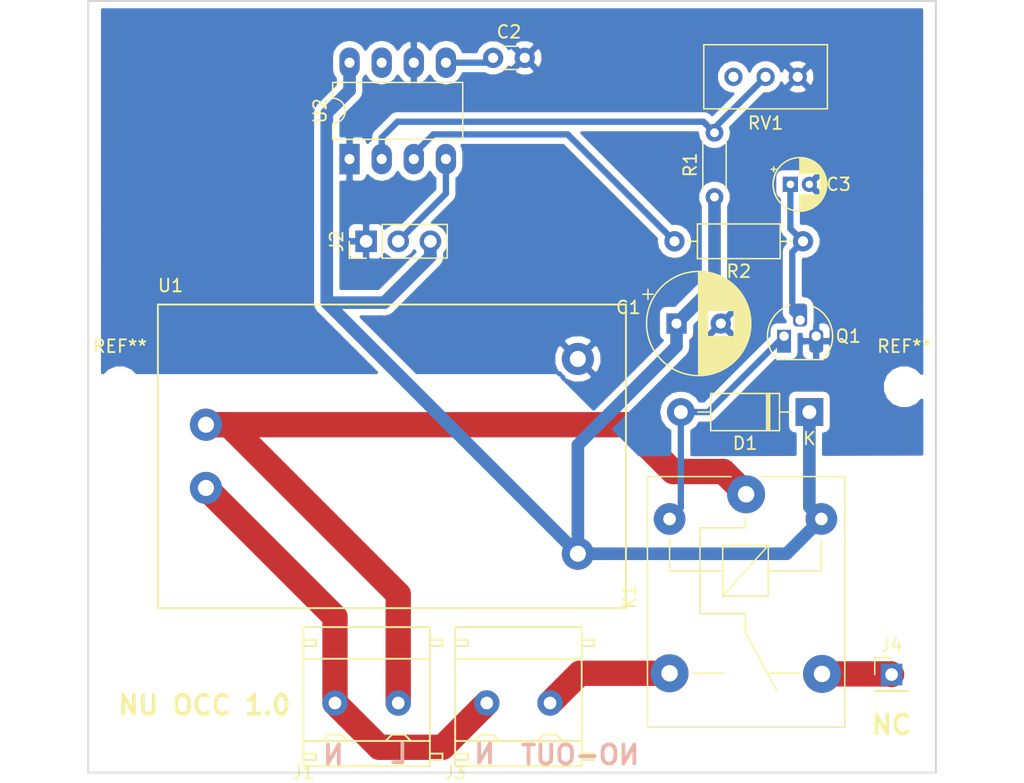
<source format=kicad_pcb>
(kicad_pcb (version 20171130) (host pcbnew 5.0.2-bee76a0~70~ubuntu18.04.1)

  (general
    (thickness 1.6)
    (drawings 10)
    (tracks 63)
    (zones 0)
    (modules 17)
    (nets 13)
  )

  (page A4)
  (layers
    (0 F.Cu signal)
    (31 B.Cu signal)
    (32 B.Adhes user)
    (33 F.Adhes user)
    (34 B.Paste user)
    (35 F.Paste user)
    (36 B.SilkS user)
    (37 F.SilkS user)
    (38 B.Mask user)
    (39 F.Mask user)
    (40 Dwgs.User user)
    (41 Cmts.User user)
    (42 Eco1.User user)
    (43 Eco2.User user)
    (44 Edge.Cuts user)
    (45 Margin user)
    (46 B.CrtYd user)
    (47 F.CrtYd user)
    (48 B.Fab user)
    (49 F.Fab user)
  )

  (setup
    (last_trace_width 0.5)
    (trace_clearance 0.5)
    (zone_clearance 0.5)
    (zone_45_only no)
    (trace_min 0.2)
    (segment_width 0.2)
    (edge_width 0.15)
    (via_size 0.8)
    (via_drill 0.4)
    (via_min_size 0.4)
    (via_min_drill 0.3)
    (uvia_size 0.3)
    (uvia_drill 0.1)
    (uvias_allowed no)
    (uvia_min_size 0.2)
    (uvia_min_drill 0.1)
    (pcb_text_width 0.3)
    (pcb_text_size 1.5 1.5)
    (mod_edge_width 0.15)
    (mod_text_size 1 1)
    (mod_text_width 0.15)
    (pad_size 1.524 1.524)
    (pad_drill 0.762)
    (pad_to_mask_clearance 0.051)
    (solder_mask_min_width 0.25)
    (aux_axis_origin 0 0)
    (visible_elements FFF9FF7F)
    (pcbplotparams
      (layerselection 0x010fc_ffffffff)
      (usegerberextensions true)
      (usegerberattributes false)
      (usegerberadvancedattributes false)
      (creategerberjobfile false)
      (excludeedgelayer true)
      (linewidth 0.100000)
      (plotframeref false)
      (viasonmask false)
      (mode 1)
      (useauxorigin false)
      (hpglpennumber 1)
      (hpglpenspeed 20)
      (hpglpendiameter 15.000000)
      (psnegative false)
      (psa4output false)
      (plotreference true)
      (plotvalue true)
      (plotinvisibletext false)
      (padsonsilk false)
      (subtractmaskfromsilk false)
      (outputformat 1)
      (mirror false)
      (drillshape 0)
      (scaleselection 1)
      (outputdirectory "GERBER/"))
  )

  (net 0 "")
  (net 1 VCC)
  (net 2 GNDREF)
  (net 3 "Net-(C2-Pad1)")
  (net 4 "Net-(C3-Pad1)")
  (net 5 "Net-(D1-Pad2)")
  (net 6 "Net-(J1-Pad1)")
  (net 7 "Net-(J1-Pad2)")
  (net 8 "Net-(J2-Pad2)")
  (net 9 "Net-(J3-Pad2)")
  (net 10 "Net-(R1-Pad2)")
  (net 11 "Net-(R2-Pad2)")
  (net 12 "Net-(J4-Pad1)")

  (net_class Default "This is the default net class."
    (clearance 0.5)
    (trace_width 0.5)
    (via_dia 0.8)
    (via_drill 0.4)
    (uvia_dia 0.3)
    (uvia_drill 0.1)
    (add_net GNDREF)
    (add_net "Net-(C2-Pad1)")
    (add_net "Net-(C3-Pad1)")
    (add_net "Net-(D1-Pad2)")
    (add_net "Net-(J2-Pad2)")
    (add_net "Net-(R1-Pad2)")
    (add_net "Net-(R2-Pad2)")
  )

  (net_class AC ""
    (clearance 1.5)
    (trace_width 2)
    (via_dia 0.8)
    (via_drill 0.4)
    (uvia_dia 0.3)
    (uvia_drill 0.1)
    (add_net "Net-(J1-Pad1)")
    (add_net "Net-(J1-Pad2)")
    (add_net "Net-(J3-Pad2)")
    (add_net "Net-(J4-Pad1)")
  )

  (net_class VCC ""
    (clearance 0.5)
    (trace_width 1)
    (via_dia 0.8)
    (via_drill 0.4)
    (uvia_dia 0.3)
    (uvia_drill 0.1)
    (add_net VCC)
  )

  (module Capacitor_THT:CP_Radial_D8.0mm_P3.50mm (layer F.Cu) (tedit 5AE50EF0) (tstamp 5C5413C2)
    (at 146.5 78.5)
    (descr "CP, Radial series, Radial, pin pitch=3.50mm, , diameter=8mm, Electrolytic Capacitor")
    (tags "CP Radial series Radial pin pitch 3.50mm  diameter 8mm Electrolytic Capacitor")
    (path /5C4717AB)
    (fp_text reference C1 (at -3.81 -1.27) (layer F.SilkS)
      (effects (font (size 1 1) (thickness 0.15)))
    )
    (fp_text value 470uF (at -3.81 0 90) (layer F.Fab)
      (effects (font (size 1 1) (thickness 0.15)))
    )
    (fp_text user %R (at 1.75 0) (layer F.Fab)
      (effects (font (size 1 1) (thickness 0.15)))
    )
    (fp_line (start -2.259698 -2.715) (end -2.259698 -1.915) (layer F.SilkS) (width 0.12))
    (fp_line (start -2.659698 -2.315) (end -1.859698 -2.315) (layer F.SilkS) (width 0.12))
    (fp_line (start 5.831 -0.533) (end 5.831 0.533) (layer F.SilkS) (width 0.12))
    (fp_line (start 5.791 -0.768) (end 5.791 0.768) (layer F.SilkS) (width 0.12))
    (fp_line (start 5.751 -0.948) (end 5.751 0.948) (layer F.SilkS) (width 0.12))
    (fp_line (start 5.711 -1.098) (end 5.711 1.098) (layer F.SilkS) (width 0.12))
    (fp_line (start 5.671 -1.229) (end 5.671 1.229) (layer F.SilkS) (width 0.12))
    (fp_line (start 5.631 -1.346) (end 5.631 1.346) (layer F.SilkS) (width 0.12))
    (fp_line (start 5.591 -1.453) (end 5.591 1.453) (layer F.SilkS) (width 0.12))
    (fp_line (start 5.551 -1.552) (end 5.551 1.552) (layer F.SilkS) (width 0.12))
    (fp_line (start 5.511 -1.645) (end 5.511 1.645) (layer F.SilkS) (width 0.12))
    (fp_line (start 5.471 -1.731) (end 5.471 1.731) (layer F.SilkS) (width 0.12))
    (fp_line (start 5.431 -1.813) (end 5.431 1.813) (layer F.SilkS) (width 0.12))
    (fp_line (start 5.391 -1.89) (end 5.391 1.89) (layer F.SilkS) (width 0.12))
    (fp_line (start 5.351 -1.964) (end 5.351 1.964) (layer F.SilkS) (width 0.12))
    (fp_line (start 5.311 -2.034) (end 5.311 2.034) (layer F.SilkS) (width 0.12))
    (fp_line (start 5.271 -2.102) (end 5.271 2.102) (layer F.SilkS) (width 0.12))
    (fp_line (start 5.231 -2.166) (end 5.231 2.166) (layer F.SilkS) (width 0.12))
    (fp_line (start 5.191 -2.228) (end 5.191 2.228) (layer F.SilkS) (width 0.12))
    (fp_line (start 5.151 -2.287) (end 5.151 2.287) (layer F.SilkS) (width 0.12))
    (fp_line (start 5.111 -2.345) (end 5.111 2.345) (layer F.SilkS) (width 0.12))
    (fp_line (start 5.071 -2.4) (end 5.071 2.4) (layer F.SilkS) (width 0.12))
    (fp_line (start 5.031 -2.454) (end 5.031 2.454) (layer F.SilkS) (width 0.12))
    (fp_line (start 4.991 -2.505) (end 4.991 2.505) (layer F.SilkS) (width 0.12))
    (fp_line (start 4.951 -2.556) (end 4.951 2.556) (layer F.SilkS) (width 0.12))
    (fp_line (start 4.911 -2.604) (end 4.911 2.604) (layer F.SilkS) (width 0.12))
    (fp_line (start 4.871 -2.651) (end 4.871 2.651) (layer F.SilkS) (width 0.12))
    (fp_line (start 4.831 -2.697) (end 4.831 2.697) (layer F.SilkS) (width 0.12))
    (fp_line (start 4.791 -2.741) (end 4.791 2.741) (layer F.SilkS) (width 0.12))
    (fp_line (start 4.751 -2.784) (end 4.751 2.784) (layer F.SilkS) (width 0.12))
    (fp_line (start 4.711 -2.826) (end 4.711 2.826) (layer F.SilkS) (width 0.12))
    (fp_line (start 4.671 -2.867) (end 4.671 2.867) (layer F.SilkS) (width 0.12))
    (fp_line (start 4.631 -2.907) (end 4.631 2.907) (layer F.SilkS) (width 0.12))
    (fp_line (start 4.591 -2.945) (end 4.591 2.945) (layer F.SilkS) (width 0.12))
    (fp_line (start 4.551 -2.983) (end 4.551 2.983) (layer F.SilkS) (width 0.12))
    (fp_line (start 4.511 1.04) (end 4.511 3.019) (layer F.SilkS) (width 0.12))
    (fp_line (start 4.511 -3.019) (end 4.511 -1.04) (layer F.SilkS) (width 0.12))
    (fp_line (start 4.471 1.04) (end 4.471 3.055) (layer F.SilkS) (width 0.12))
    (fp_line (start 4.471 -3.055) (end 4.471 -1.04) (layer F.SilkS) (width 0.12))
    (fp_line (start 4.431 1.04) (end 4.431 3.09) (layer F.SilkS) (width 0.12))
    (fp_line (start 4.431 -3.09) (end 4.431 -1.04) (layer F.SilkS) (width 0.12))
    (fp_line (start 4.391 1.04) (end 4.391 3.124) (layer F.SilkS) (width 0.12))
    (fp_line (start 4.391 -3.124) (end 4.391 -1.04) (layer F.SilkS) (width 0.12))
    (fp_line (start 4.351 1.04) (end 4.351 3.156) (layer F.SilkS) (width 0.12))
    (fp_line (start 4.351 -3.156) (end 4.351 -1.04) (layer F.SilkS) (width 0.12))
    (fp_line (start 4.311 1.04) (end 4.311 3.189) (layer F.SilkS) (width 0.12))
    (fp_line (start 4.311 -3.189) (end 4.311 -1.04) (layer F.SilkS) (width 0.12))
    (fp_line (start 4.271 1.04) (end 4.271 3.22) (layer F.SilkS) (width 0.12))
    (fp_line (start 4.271 -3.22) (end 4.271 -1.04) (layer F.SilkS) (width 0.12))
    (fp_line (start 4.231 1.04) (end 4.231 3.25) (layer F.SilkS) (width 0.12))
    (fp_line (start 4.231 -3.25) (end 4.231 -1.04) (layer F.SilkS) (width 0.12))
    (fp_line (start 4.191 1.04) (end 4.191 3.28) (layer F.SilkS) (width 0.12))
    (fp_line (start 4.191 -3.28) (end 4.191 -1.04) (layer F.SilkS) (width 0.12))
    (fp_line (start 4.151 1.04) (end 4.151 3.309) (layer F.SilkS) (width 0.12))
    (fp_line (start 4.151 -3.309) (end 4.151 -1.04) (layer F.SilkS) (width 0.12))
    (fp_line (start 4.111 1.04) (end 4.111 3.338) (layer F.SilkS) (width 0.12))
    (fp_line (start 4.111 -3.338) (end 4.111 -1.04) (layer F.SilkS) (width 0.12))
    (fp_line (start 4.071 1.04) (end 4.071 3.365) (layer F.SilkS) (width 0.12))
    (fp_line (start 4.071 -3.365) (end 4.071 -1.04) (layer F.SilkS) (width 0.12))
    (fp_line (start 4.031 1.04) (end 4.031 3.392) (layer F.SilkS) (width 0.12))
    (fp_line (start 4.031 -3.392) (end 4.031 -1.04) (layer F.SilkS) (width 0.12))
    (fp_line (start 3.991 1.04) (end 3.991 3.418) (layer F.SilkS) (width 0.12))
    (fp_line (start 3.991 -3.418) (end 3.991 -1.04) (layer F.SilkS) (width 0.12))
    (fp_line (start 3.951 1.04) (end 3.951 3.444) (layer F.SilkS) (width 0.12))
    (fp_line (start 3.951 -3.444) (end 3.951 -1.04) (layer F.SilkS) (width 0.12))
    (fp_line (start 3.911 1.04) (end 3.911 3.469) (layer F.SilkS) (width 0.12))
    (fp_line (start 3.911 -3.469) (end 3.911 -1.04) (layer F.SilkS) (width 0.12))
    (fp_line (start 3.871 1.04) (end 3.871 3.493) (layer F.SilkS) (width 0.12))
    (fp_line (start 3.871 -3.493) (end 3.871 -1.04) (layer F.SilkS) (width 0.12))
    (fp_line (start 3.831 1.04) (end 3.831 3.517) (layer F.SilkS) (width 0.12))
    (fp_line (start 3.831 -3.517) (end 3.831 -1.04) (layer F.SilkS) (width 0.12))
    (fp_line (start 3.791 1.04) (end 3.791 3.54) (layer F.SilkS) (width 0.12))
    (fp_line (start 3.791 -3.54) (end 3.791 -1.04) (layer F.SilkS) (width 0.12))
    (fp_line (start 3.751 1.04) (end 3.751 3.562) (layer F.SilkS) (width 0.12))
    (fp_line (start 3.751 -3.562) (end 3.751 -1.04) (layer F.SilkS) (width 0.12))
    (fp_line (start 3.711 1.04) (end 3.711 3.584) (layer F.SilkS) (width 0.12))
    (fp_line (start 3.711 -3.584) (end 3.711 -1.04) (layer F.SilkS) (width 0.12))
    (fp_line (start 3.671 1.04) (end 3.671 3.606) (layer F.SilkS) (width 0.12))
    (fp_line (start 3.671 -3.606) (end 3.671 -1.04) (layer F.SilkS) (width 0.12))
    (fp_line (start 3.631 1.04) (end 3.631 3.627) (layer F.SilkS) (width 0.12))
    (fp_line (start 3.631 -3.627) (end 3.631 -1.04) (layer F.SilkS) (width 0.12))
    (fp_line (start 3.591 1.04) (end 3.591 3.647) (layer F.SilkS) (width 0.12))
    (fp_line (start 3.591 -3.647) (end 3.591 -1.04) (layer F.SilkS) (width 0.12))
    (fp_line (start 3.551 1.04) (end 3.551 3.666) (layer F.SilkS) (width 0.12))
    (fp_line (start 3.551 -3.666) (end 3.551 -1.04) (layer F.SilkS) (width 0.12))
    (fp_line (start 3.511 1.04) (end 3.511 3.686) (layer F.SilkS) (width 0.12))
    (fp_line (start 3.511 -3.686) (end 3.511 -1.04) (layer F.SilkS) (width 0.12))
    (fp_line (start 3.471 1.04) (end 3.471 3.704) (layer F.SilkS) (width 0.12))
    (fp_line (start 3.471 -3.704) (end 3.471 -1.04) (layer F.SilkS) (width 0.12))
    (fp_line (start 3.431 1.04) (end 3.431 3.722) (layer F.SilkS) (width 0.12))
    (fp_line (start 3.431 -3.722) (end 3.431 -1.04) (layer F.SilkS) (width 0.12))
    (fp_line (start 3.391 1.04) (end 3.391 3.74) (layer F.SilkS) (width 0.12))
    (fp_line (start 3.391 -3.74) (end 3.391 -1.04) (layer F.SilkS) (width 0.12))
    (fp_line (start 3.351 1.04) (end 3.351 3.757) (layer F.SilkS) (width 0.12))
    (fp_line (start 3.351 -3.757) (end 3.351 -1.04) (layer F.SilkS) (width 0.12))
    (fp_line (start 3.311 1.04) (end 3.311 3.774) (layer F.SilkS) (width 0.12))
    (fp_line (start 3.311 -3.774) (end 3.311 -1.04) (layer F.SilkS) (width 0.12))
    (fp_line (start 3.271 1.04) (end 3.271 3.79) (layer F.SilkS) (width 0.12))
    (fp_line (start 3.271 -3.79) (end 3.271 -1.04) (layer F.SilkS) (width 0.12))
    (fp_line (start 3.231 1.04) (end 3.231 3.805) (layer F.SilkS) (width 0.12))
    (fp_line (start 3.231 -3.805) (end 3.231 -1.04) (layer F.SilkS) (width 0.12))
    (fp_line (start 3.191 1.04) (end 3.191 3.821) (layer F.SilkS) (width 0.12))
    (fp_line (start 3.191 -3.821) (end 3.191 -1.04) (layer F.SilkS) (width 0.12))
    (fp_line (start 3.151 1.04) (end 3.151 3.835) (layer F.SilkS) (width 0.12))
    (fp_line (start 3.151 -3.835) (end 3.151 -1.04) (layer F.SilkS) (width 0.12))
    (fp_line (start 3.111 1.04) (end 3.111 3.85) (layer F.SilkS) (width 0.12))
    (fp_line (start 3.111 -3.85) (end 3.111 -1.04) (layer F.SilkS) (width 0.12))
    (fp_line (start 3.071 1.04) (end 3.071 3.863) (layer F.SilkS) (width 0.12))
    (fp_line (start 3.071 -3.863) (end 3.071 -1.04) (layer F.SilkS) (width 0.12))
    (fp_line (start 3.031 1.04) (end 3.031 3.877) (layer F.SilkS) (width 0.12))
    (fp_line (start 3.031 -3.877) (end 3.031 -1.04) (layer F.SilkS) (width 0.12))
    (fp_line (start 2.991 1.04) (end 2.991 3.889) (layer F.SilkS) (width 0.12))
    (fp_line (start 2.991 -3.889) (end 2.991 -1.04) (layer F.SilkS) (width 0.12))
    (fp_line (start 2.951 1.04) (end 2.951 3.902) (layer F.SilkS) (width 0.12))
    (fp_line (start 2.951 -3.902) (end 2.951 -1.04) (layer F.SilkS) (width 0.12))
    (fp_line (start 2.911 1.04) (end 2.911 3.914) (layer F.SilkS) (width 0.12))
    (fp_line (start 2.911 -3.914) (end 2.911 -1.04) (layer F.SilkS) (width 0.12))
    (fp_line (start 2.871 1.04) (end 2.871 3.925) (layer F.SilkS) (width 0.12))
    (fp_line (start 2.871 -3.925) (end 2.871 -1.04) (layer F.SilkS) (width 0.12))
    (fp_line (start 2.831 1.04) (end 2.831 3.936) (layer F.SilkS) (width 0.12))
    (fp_line (start 2.831 -3.936) (end 2.831 -1.04) (layer F.SilkS) (width 0.12))
    (fp_line (start 2.791 1.04) (end 2.791 3.947) (layer F.SilkS) (width 0.12))
    (fp_line (start 2.791 -3.947) (end 2.791 -1.04) (layer F.SilkS) (width 0.12))
    (fp_line (start 2.751 1.04) (end 2.751 3.957) (layer F.SilkS) (width 0.12))
    (fp_line (start 2.751 -3.957) (end 2.751 -1.04) (layer F.SilkS) (width 0.12))
    (fp_line (start 2.711 1.04) (end 2.711 3.967) (layer F.SilkS) (width 0.12))
    (fp_line (start 2.711 -3.967) (end 2.711 -1.04) (layer F.SilkS) (width 0.12))
    (fp_line (start 2.671 1.04) (end 2.671 3.976) (layer F.SilkS) (width 0.12))
    (fp_line (start 2.671 -3.976) (end 2.671 -1.04) (layer F.SilkS) (width 0.12))
    (fp_line (start 2.631 1.04) (end 2.631 3.985) (layer F.SilkS) (width 0.12))
    (fp_line (start 2.631 -3.985) (end 2.631 -1.04) (layer F.SilkS) (width 0.12))
    (fp_line (start 2.591 1.04) (end 2.591 3.994) (layer F.SilkS) (width 0.12))
    (fp_line (start 2.591 -3.994) (end 2.591 -1.04) (layer F.SilkS) (width 0.12))
    (fp_line (start 2.551 1.04) (end 2.551 4.002) (layer F.SilkS) (width 0.12))
    (fp_line (start 2.551 -4.002) (end 2.551 -1.04) (layer F.SilkS) (width 0.12))
    (fp_line (start 2.511 1.04) (end 2.511 4.01) (layer F.SilkS) (width 0.12))
    (fp_line (start 2.511 -4.01) (end 2.511 -1.04) (layer F.SilkS) (width 0.12))
    (fp_line (start 2.471 1.04) (end 2.471 4.017) (layer F.SilkS) (width 0.12))
    (fp_line (start 2.471 -4.017) (end 2.471 -1.04) (layer F.SilkS) (width 0.12))
    (fp_line (start 2.43 -4.024) (end 2.43 4.024) (layer F.SilkS) (width 0.12))
    (fp_line (start 2.39 -4.03) (end 2.39 4.03) (layer F.SilkS) (width 0.12))
    (fp_line (start 2.35 -4.037) (end 2.35 4.037) (layer F.SilkS) (width 0.12))
    (fp_line (start 2.31 -4.042) (end 2.31 4.042) (layer F.SilkS) (width 0.12))
    (fp_line (start 2.27 -4.048) (end 2.27 4.048) (layer F.SilkS) (width 0.12))
    (fp_line (start 2.23 -4.052) (end 2.23 4.052) (layer F.SilkS) (width 0.12))
    (fp_line (start 2.19 -4.057) (end 2.19 4.057) (layer F.SilkS) (width 0.12))
    (fp_line (start 2.15 -4.061) (end 2.15 4.061) (layer F.SilkS) (width 0.12))
    (fp_line (start 2.11 -4.065) (end 2.11 4.065) (layer F.SilkS) (width 0.12))
    (fp_line (start 2.07 -4.068) (end 2.07 4.068) (layer F.SilkS) (width 0.12))
    (fp_line (start 2.03 -4.071) (end 2.03 4.071) (layer F.SilkS) (width 0.12))
    (fp_line (start 1.99 -4.074) (end 1.99 4.074) (layer F.SilkS) (width 0.12))
    (fp_line (start 1.95 -4.076) (end 1.95 4.076) (layer F.SilkS) (width 0.12))
    (fp_line (start 1.91 -4.077) (end 1.91 4.077) (layer F.SilkS) (width 0.12))
    (fp_line (start 1.87 -4.079) (end 1.87 4.079) (layer F.SilkS) (width 0.12))
    (fp_line (start 1.83 -4.08) (end 1.83 4.08) (layer F.SilkS) (width 0.12))
    (fp_line (start 1.79 -4.08) (end 1.79 4.08) (layer F.SilkS) (width 0.12))
    (fp_line (start 1.75 -4.08) (end 1.75 4.08) (layer F.SilkS) (width 0.12))
    (fp_line (start -1.276759 -2.1475) (end -1.276759 -1.3475) (layer F.Fab) (width 0.1))
    (fp_line (start -1.676759 -1.7475) (end -0.876759 -1.7475) (layer F.Fab) (width 0.1))
    (fp_circle (center 1.75 0) (end 6 0) (layer F.CrtYd) (width 0.05))
    (fp_circle (center 1.75 0) (end 5.87 0) (layer F.SilkS) (width 0.12))
    (fp_circle (center 1.75 0) (end 5.75 0) (layer F.Fab) (width 0.1))
    (pad 2 thru_hole circle (at 3.5 0) (size 1.6 1.6) (drill 0.8) (layers *.Cu *.Mask)
      (net 2 GNDREF))
    (pad 1 thru_hole rect (at 0 0) (size 1.6 1.6) (drill 0.8) (layers *.Cu *.Mask)
      (net 1 VCC))
    (model ${KISYS3DMOD}/Capacitor_THT.3dshapes/CP_Radial_D8.0mm_P3.50mm.wrl
      (at (xyz 0 0 0))
      (scale (xyz 1 1 1))
      (rotate (xyz 0 0 0))
    )
  )

  (module Capacitor_THT:C_Disc_D3.0mm_W1.6mm_P2.50mm (layer F.Cu) (tedit 5AE50EF0) (tstamp 5C952C6C)
    (at 132 57.5)
    (descr "C, Disc series, Radial, pin pitch=2.50mm, , diameter*width=3.0*1.6mm^2, Capacitor, http://www.vishay.com/docs/45233/krseries.pdf")
    (tags "C Disc series Radial pin pitch 2.50mm  diameter 3.0mm width 1.6mm Capacitor")
    (path /5C471848)
    (fp_text reference C2 (at 1.25 -2.05) (layer F.SilkS)
      (effects (font (size 1 1) (thickness 0.15)))
    )
    (fp_text value 0.01uF (at 1.25 2.05) (layer F.Fab)
      (effects (font (size 1 1) (thickness 0.15)))
    )
    (fp_text user %R (at 1.25 0) (layer F.Fab)
      (effects (font (size 0.6 0.6) (thickness 0.09)))
    )
    (fp_line (start 3.55 -1.05) (end -1.05 -1.05) (layer F.CrtYd) (width 0.05))
    (fp_line (start 3.55 1.05) (end 3.55 -1.05) (layer F.CrtYd) (width 0.05))
    (fp_line (start -1.05 1.05) (end 3.55 1.05) (layer F.CrtYd) (width 0.05))
    (fp_line (start -1.05 -1.05) (end -1.05 1.05) (layer F.CrtYd) (width 0.05))
    (fp_line (start 0.621 0.92) (end 1.879 0.92) (layer F.SilkS) (width 0.12))
    (fp_line (start 0.621 -0.92) (end 1.879 -0.92) (layer F.SilkS) (width 0.12))
    (fp_line (start 2.75 -0.8) (end -0.25 -0.8) (layer F.Fab) (width 0.1))
    (fp_line (start 2.75 0.8) (end 2.75 -0.8) (layer F.Fab) (width 0.1))
    (fp_line (start -0.25 0.8) (end 2.75 0.8) (layer F.Fab) (width 0.1))
    (fp_line (start -0.25 -0.8) (end -0.25 0.8) (layer F.Fab) (width 0.1))
    (pad 2 thru_hole circle (at 2.5 0) (size 1.6 1.6) (drill 0.8) (layers *.Cu *.Mask)
      (net 2 GNDREF))
    (pad 1 thru_hole circle (at 0 0) (size 1.6 1.6) (drill 0.8) (layers *.Cu *.Mask)
      (net 3 "Net-(C2-Pad1)"))
    (model ${KISYS3DMOD}/Capacitor_THT.3dshapes/C_Disc_D3.0mm_W1.6mm_P2.50mm.wrl
      (at (xyz 0 0 0))
      (scale (xyz 1 1 1))
      (rotate (xyz 0 0 0))
    )
  )

  (module Capacitor_THT:CP_Radial_D4.0mm_P1.50mm (layer F.Cu) (tedit 5AE50EF0) (tstamp 5C952E15)
    (at 155.5 67.5)
    (descr "CP, Radial series, Radial, pin pitch=1.50mm, , diameter=4mm, Electrolytic Capacitor")
    (tags "CP Radial series Radial pin pitch 1.50mm  diameter 4mm Electrolytic Capacitor")
    (path /5C4714D1)
    (fp_text reference C3 (at 3.81 0) (layer F.SilkS)
      (effects (font (size 1 1) (thickness 0.15)))
    )
    (fp_text value 10uF (at 5.08 1.27) (layer F.Fab)
      (effects (font (size 1 1) (thickness 0.15)))
    )
    (fp_text user %R (at 0.75 0) (layer F.Fab)
      (effects (font (size 0.8 0.8) (thickness 0.12)))
    )
    (fp_line (start -1.319801 -1.395) (end -1.319801 -0.995) (layer F.SilkS) (width 0.12))
    (fp_line (start -1.519801 -1.195) (end -1.119801 -1.195) (layer F.SilkS) (width 0.12))
    (fp_line (start 2.831 -0.37) (end 2.831 0.37) (layer F.SilkS) (width 0.12))
    (fp_line (start 2.791 -0.537) (end 2.791 0.537) (layer F.SilkS) (width 0.12))
    (fp_line (start 2.751 -0.664) (end 2.751 0.664) (layer F.SilkS) (width 0.12))
    (fp_line (start 2.711 -0.768) (end 2.711 0.768) (layer F.SilkS) (width 0.12))
    (fp_line (start 2.671 -0.859) (end 2.671 0.859) (layer F.SilkS) (width 0.12))
    (fp_line (start 2.631 -0.94) (end 2.631 0.94) (layer F.SilkS) (width 0.12))
    (fp_line (start 2.591 -1.013) (end 2.591 1.013) (layer F.SilkS) (width 0.12))
    (fp_line (start 2.551 -1.08) (end 2.551 1.08) (layer F.SilkS) (width 0.12))
    (fp_line (start 2.511 -1.142) (end 2.511 1.142) (layer F.SilkS) (width 0.12))
    (fp_line (start 2.471 -1.2) (end 2.471 1.2) (layer F.SilkS) (width 0.12))
    (fp_line (start 2.431 -1.254) (end 2.431 1.254) (layer F.SilkS) (width 0.12))
    (fp_line (start 2.391 -1.304) (end 2.391 1.304) (layer F.SilkS) (width 0.12))
    (fp_line (start 2.351 -1.351) (end 2.351 1.351) (layer F.SilkS) (width 0.12))
    (fp_line (start 2.311 0.84) (end 2.311 1.396) (layer F.SilkS) (width 0.12))
    (fp_line (start 2.311 -1.396) (end 2.311 -0.84) (layer F.SilkS) (width 0.12))
    (fp_line (start 2.271 0.84) (end 2.271 1.438) (layer F.SilkS) (width 0.12))
    (fp_line (start 2.271 -1.438) (end 2.271 -0.84) (layer F.SilkS) (width 0.12))
    (fp_line (start 2.231 0.84) (end 2.231 1.478) (layer F.SilkS) (width 0.12))
    (fp_line (start 2.231 -1.478) (end 2.231 -0.84) (layer F.SilkS) (width 0.12))
    (fp_line (start 2.191 0.84) (end 2.191 1.516) (layer F.SilkS) (width 0.12))
    (fp_line (start 2.191 -1.516) (end 2.191 -0.84) (layer F.SilkS) (width 0.12))
    (fp_line (start 2.151 0.84) (end 2.151 1.552) (layer F.SilkS) (width 0.12))
    (fp_line (start 2.151 -1.552) (end 2.151 -0.84) (layer F.SilkS) (width 0.12))
    (fp_line (start 2.111 0.84) (end 2.111 1.587) (layer F.SilkS) (width 0.12))
    (fp_line (start 2.111 -1.587) (end 2.111 -0.84) (layer F.SilkS) (width 0.12))
    (fp_line (start 2.071 0.84) (end 2.071 1.619) (layer F.SilkS) (width 0.12))
    (fp_line (start 2.071 -1.619) (end 2.071 -0.84) (layer F.SilkS) (width 0.12))
    (fp_line (start 2.031 0.84) (end 2.031 1.65) (layer F.SilkS) (width 0.12))
    (fp_line (start 2.031 -1.65) (end 2.031 -0.84) (layer F.SilkS) (width 0.12))
    (fp_line (start 1.991 0.84) (end 1.991 1.68) (layer F.SilkS) (width 0.12))
    (fp_line (start 1.991 -1.68) (end 1.991 -0.84) (layer F.SilkS) (width 0.12))
    (fp_line (start 1.951 0.84) (end 1.951 1.708) (layer F.SilkS) (width 0.12))
    (fp_line (start 1.951 -1.708) (end 1.951 -0.84) (layer F.SilkS) (width 0.12))
    (fp_line (start 1.911 0.84) (end 1.911 1.735) (layer F.SilkS) (width 0.12))
    (fp_line (start 1.911 -1.735) (end 1.911 -0.84) (layer F.SilkS) (width 0.12))
    (fp_line (start 1.871 0.84) (end 1.871 1.76) (layer F.SilkS) (width 0.12))
    (fp_line (start 1.871 -1.76) (end 1.871 -0.84) (layer F.SilkS) (width 0.12))
    (fp_line (start 1.831 0.84) (end 1.831 1.785) (layer F.SilkS) (width 0.12))
    (fp_line (start 1.831 -1.785) (end 1.831 -0.84) (layer F.SilkS) (width 0.12))
    (fp_line (start 1.791 0.84) (end 1.791 1.808) (layer F.SilkS) (width 0.12))
    (fp_line (start 1.791 -1.808) (end 1.791 -0.84) (layer F.SilkS) (width 0.12))
    (fp_line (start 1.751 0.84) (end 1.751 1.83) (layer F.SilkS) (width 0.12))
    (fp_line (start 1.751 -1.83) (end 1.751 -0.84) (layer F.SilkS) (width 0.12))
    (fp_line (start 1.711 0.84) (end 1.711 1.851) (layer F.SilkS) (width 0.12))
    (fp_line (start 1.711 -1.851) (end 1.711 -0.84) (layer F.SilkS) (width 0.12))
    (fp_line (start 1.671 0.84) (end 1.671 1.87) (layer F.SilkS) (width 0.12))
    (fp_line (start 1.671 -1.87) (end 1.671 -0.84) (layer F.SilkS) (width 0.12))
    (fp_line (start 1.631 0.84) (end 1.631 1.889) (layer F.SilkS) (width 0.12))
    (fp_line (start 1.631 -1.889) (end 1.631 -0.84) (layer F.SilkS) (width 0.12))
    (fp_line (start 1.591 0.84) (end 1.591 1.907) (layer F.SilkS) (width 0.12))
    (fp_line (start 1.591 -1.907) (end 1.591 -0.84) (layer F.SilkS) (width 0.12))
    (fp_line (start 1.551 0.84) (end 1.551 1.924) (layer F.SilkS) (width 0.12))
    (fp_line (start 1.551 -1.924) (end 1.551 -0.84) (layer F.SilkS) (width 0.12))
    (fp_line (start 1.511 0.84) (end 1.511 1.94) (layer F.SilkS) (width 0.12))
    (fp_line (start 1.511 -1.94) (end 1.511 -0.84) (layer F.SilkS) (width 0.12))
    (fp_line (start 1.471 0.84) (end 1.471 1.954) (layer F.SilkS) (width 0.12))
    (fp_line (start 1.471 -1.954) (end 1.471 -0.84) (layer F.SilkS) (width 0.12))
    (fp_line (start 1.43 0.84) (end 1.43 1.968) (layer F.SilkS) (width 0.12))
    (fp_line (start 1.43 -1.968) (end 1.43 -0.84) (layer F.SilkS) (width 0.12))
    (fp_line (start 1.39 0.84) (end 1.39 1.982) (layer F.SilkS) (width 0.12))
    (fp_line (start 1.39 -1.982) (end 1.39 -0.84) (layer F.SilkS) (width 0.12))
    (fp_line (start 1.35 0.84) (end 1.35 1.994) (layer F.SilkS) (width 0.12))
    (fp_line (start 1.35 -1.994) (end 1.35 -0.84) (layer F.SilkS) (width 0.12))
    (fp_line (start 1.31 0.84) (end 1.31 2.005) (layer F.SilkS) (width 0.12))
    (fp_line (start 1.31 -2.005) (end 1.31 -0.84) (layer F.SilkS) (width 0.12))
    (fp_line (start 1.27 0.84) (end 1.27 2.016) (layer F.SilkS) (width 0.12))
    (fp_line (start 1.27 -2.016) (end 1.27 -0.84) (layer F.SilkS) (width 0.12))
    (fp_line (start 1.23 0.84) (end 1.23 2.025) (layer F.SilkS) (width 0.12))
    (fp_line (start 1.23 -2.025) (end 1.23 -0.84) (layer F.SilkS) (width 0.12))
    (fp_line (start 1.19 0.84) (end 1.19 2.034) (layer F.SilkS) (width 0.12))
    (fp_line (start 1.19 -2.034) (end 1.19 -0.84) (layer F.SilkS) (width 0.12))
    (fp_line (start 1.15 0.84) (end 1.15 2.042) (layer F.SilkS) (width 0.12))
    (fp_line (start 1.15 -2.042) (end 1.15 -0.84) (layer F.SilkS) (width 0.12))
    (fp_line (start 1.11 0.84) (end 1.11 2.05) (layer F.SilkS) (width 0.12))
    (fp_line (start 1.11 -2.05) (end 1.11 -0.84) (layer F.SilkS) (width 0.12))
    (fp_line (start 1.07 0.84) (end 1.07 2.056) (layer F.SilkS) (width 0.12))
    (fp_line (start 1.07 -2.056) (end 1.07 -0.84) (layer F.SilkS) (width 0.12))
    (fp_line (start 1.03 0.84) (end 1.03 2.062) (layer F.SilkS) (width 0.12))
    (fp_line (start 1.03 -2.062) (end 1.03 -0.84) (layer F.SilkS) (width 0.12))
    (fp_line (start 0.99 0.84) (end 0.99 2.067) (layer F.SilkS) (width 0.12))
    (fp_line (start 0.99 -2.067) (end 0.99 -0.84) (layer F.SilkS) (width 0.12))
    (fp_line (start 0.95 0.84) (end 0.95 2.071) (layer F.SilkS) (width 0.12))
    (fp_line (start 0.95 -2.071) (end 0.95 -0.84) (layer F.SilkS) (width 0.12))
    (fp_line (start 0.91 0.84) (end 0.91 2.074) (layer F.SilkS) (width 0.12))
    (fp_line (start 0.91 -2.074) (end 0.91 -0.84) (layer F.SilkS) (width 0.12))
    (fp_line (start 0.87 0.84) (end 0.87 2.077) (layer F.SilkS) (width 0.12))
    (fp_line (start 0.87 -2.077) (end 0.87 -0.84) (layer F.SilkS) (width 0.12))
    (fp_line (start 0.83 -2.079) (end 0.83 -0.84) (layer F.SilkS) (width 0.12))
    (fp_line (start 0.83 0.84) (end 0.83 2.079) (layer F.SilkS) (width 0.12))
    (fp_line (start 0.79 -2.08) (end 0.79 -0.84) (layer F.SilkS) (width 0.12))
    (fp_line (start 0.79 0.84) (end 0.79 2.08) (layer F.SilkS) (width 0.12))
    (fp_line (start 0.75 -2.08) (end 0.75 -0.84) (layer F.SilkS) (width 0.12))
    (fp_line (start 0.75 0.84) (end 0.75 2.08) (layer F.SilkS) (width 0.12))
    (fp_line (start -0.752554 -1.0675) (end -0.752554 -0.6675) (layer F.Fab) (width 0.1))
    (fp_line (start -0.952554 -0.8675) (end -0.552554 -0.8675) (layer F.Fab) (width 0.1))
    (fp_circle (center 0.75 0) (end 3 0) (layer F.CrtYd) (width 0.05))
    (fp_circle (center 0.75 0) (end 2.87 0) (layer F.SilkS) (width 0.12))
    (fp_circle (center 0.75 0) (end 2.75 0) (layer F.Fab) (width 0.1))
    (pad 2 thru_hole circle (at 1.5 0) (size 1.2 1.2) (drill 0.6) (layers *.Cu *.Mask)
      (net 2 GNDREF))
    (pad 1 thru_hole rect (at 0 0) (size 1.2 1.2) (drill 0.6) (layers *.Cu *.Mask)
      (net 4 "Net-(C3-Pad1)"))
    (model ${KISYS3DMOD}/Capacitor_THT.3dshapes/CP_Radial_D4.0mm_P1.50mm.wrl
      (at (xyz 0 0 0))
      (scale (xyz 1 1 1))
      (rotate (xyz 0 0 0))
    )
  )

  (module Diode_THT:D_DO-41_SOD81_P10.16mm_Horizontal (layer F.Cu) (tedit 5AE50CD5) (tstamp 5C53F2B1)
    (at 157 85.5 180)
    (descr "Diode, DO-41_SOD81 series, Axial, Horizontal, pin pitch=10.16mm, , length*diameter=5.2*2.7mm^2, , http://www.diodes.com/_files/packages/DO-41%20(Plastic).pdf")
    (tags "Diode DO-41_SOD81 series Axial Horizontal pin pitch 10.16mm  length 5.2mm diameter 2.7mm")
    (path /5C470ECF)
    (fp_text reference D1 (at 5.08 -2.47 180) (layer F.SilkS)
      (effects (font (size 1 1) (thickness 0.15)))
    )
    (fp_text value 1N4001 (at 5.08 2.47 180) (layer F.Fab)
      (effects (font (size 1 1) (thickness 0.15)))
    )
    (fp_text user K (at 0 -2.1 180) (layer F.SilkS)
      (effects (font (size 1 1) (thickness 0.15)))
    )
    (fp_text user K (at 0 -2.1 180) (layer F.Fab)
      (effects (font (size 1 1) (thickness 0.15)))
    )
    (fp_text user %R (at 5.47 0 180) (layer F.Fab)
      (effects (font (size 1 1) (thickness 0.15)))
    )
    (fp_line (start 11.51 -1.6) (end -1.35 -1.6) (layer F.CrtYd) (width 0.05))
    (fp_line (start 11.51 1.6) (end 11.51 -1.6) (layer F.CrtYd) (width 0.05))
    (fp_line (start -1.35 1.6) (end 11.51 1.6) (layer F.CrtYd) (width 0.05))
    (fp_line (start -1.35 -1.6) (end -1.35 1.6) (layer F.CrtYd) (width 0.05))
    (fp_line (start 3.14 -1.47) (end 3.14 1.47) (layer F.SilkS) (width 0.12))
    (fp_line (start 3.38 -1.47) (end 3.38 1.47) (layer F.SilkS) (width 0.12))
    (fp_line (start 3.26 -1.47) (end 3.26 1.47) (layer F.SilkS) (width 0.12))
    (fp_line (start 8.82 0) (end 7.8 0) (layer F.SilkS) (width 0.12))
    (fp_line (start 1.34 0) (end 2.36 0) (layer F.SilkS) (width 0.12))
    (fp_line (start 7.8 -1.47) (end 2.36 -1.47) (layer F.SilkS) (width 0.12))
    (fp_line (start 7.8 1.47) (end 7.8 -1.47) (layer F.SilkS) (width 0.12))
    (fp_line (start 2.36 1.47) (end 7.8 1.47) (layer F.SilkS) (width 0.12))
    (fp_line (start 2.36 -1.47) (end 2.36 1.47) (layer F.SilkS) (width 0.12))
    (fp_line (start 3.16 -1.35) (end 3.16 1.35) (layer F.Fab) (width 0.1))
    (fp_line (start 3.36 -1.35) (end 3.36 1.35) (layer F.Fab) (width 0.1))
    (fp_line (start 3.26 -1.35) (end 3.26 1.35) (layer F.Fab) (width 0.1))
    (fp_line (start 10.16 0) (end 7.68 0) (layer F.Fab) (width 0.1))
    (fp_line (start 0 0) (end 2.48 0) (layer F.Fab) (width 0.1))
    (fp_line (start 7.68 -1.35) (end 2.48 -1.35) (layer F.Fab) (width 0.1))
    (fp_line (start 7.68 1.35) (end 7.68 -1.35) (layer F.Fab) (width 0.1))
    (fp_line (start 2.48 1.35) (end 7.68 1.35) (layer F.Fab) (width 0.1))
    (fp_line (start 2.48 -1.35) (end 2.48 1.35) (layer F.Fab) (width 0.1))
    (pad 2 thru_hole oval (at 10.16 0 180) (size 2.2 2.2) (drill 1.1) (layers *.Cu *.Mask)
      (net 5 "Net-(D1-Pad2)"))
    (pad 1 thru_hole rect (at 0 0 180) (size 2.2 2.2) (drill 1.1) (layers *.Cu *.Mask)
      (net 1 VCC))
    (model ${KISYS3DMOD}/Diode_THT.3dshapes/D_DO-41_SOD81_P10.16mm_Horizontal.wrl
      (at (xyz 0 0 0))
      (scale (xyz 1 1 1))
      (rotate (xyz 0 0 0))
    )
  )

  (module Connector_PinHeader_2.54mm:PinHeader_1x03_P2.54mm_Vertical (layer F.Cu) (tedit 59FED5CC) (tstamp 5C53FA55)
    (at 121.96 72 90)
    (descr "Through hole straight pin header, 1x03, 2.54mm pitch, single row")
    (tags "Through hole pin header THT 1x03 2.54mm single row")
    (path /5C473F9C)
    (fp_text reference J2 (at 0 -2.33 90) (layer F.SilkS)
      (effects (font (size 1 1) (thickness 0.15)))
    )
    (fp_text value Conn_01x03_Female (at 0 7.41 90) (layer F.Fab)
      (effects (font (size 1 1) (thickness 0.15)))
    )
    (fp_text user %R (at 0 2.54 180) (layer F.Fab)
      (effects (font (size 1 1) (thickness 0.15)))
    )
    (fp_line (start 1.8 -1.8) (end -1.8 -1.8) (layer F.CrtYd) (width 0.05))
    (fp_line (start 1.8 6.85) (end 1.8 -1.8) (layer F.CrtYd) (width 0.05))
    (fp_line (start -1.8 6.85) (end 1.8 6.85) (layer F.CrtYd) (width 0.05))
    (fp_line (start -1.8 -1.8) (end -1.8 6.85) (layer F.CrtYd) (width 0.05))
    (fp_line (start -1.33 -1.33) (end 0 -1.33) (layer F.SilkS) (width 0.12))
    (fp_line (start -1.33 0) (end -1.33 -1.33) (layer F.SilkS) (width 0.12))
    (fp_line (start -1.33 1.27) (end 1.33 1.27) (layer F.SilkS) (width 0.12))
    (fp_line (start 1.33 1.27) (end 1.33 6.41) (layer F.SilkS) (width 0.12))
    (fp_line (start -1.33 1.27) (end -1.33 6.41) (layer F.SilkS) (width 0.12))
    (fp_line (start -1.33 6.41) (end 1.33 6.41) (layer F.SilkS) (width 0.12))
    (fp_line (start -1.27 -0.635) (end -0.635 -1.27) (layer F.Fab) (width 0.1))
    (fp_line (start -1.27 6.35) (end -1.27 -0.635) (layer F.Fab) (width 0.1))
    (fp_line (start 1.27 6.35) (end -1.27 6.35) (layer F.Fab) (width 0.1))
    (fp_line (start 1.27 -1.27) (end 1.27 6.35) (layer F.Fab) (width 0.1))
    (fp_line (start -0.635 -1.27) (end 1.27 -1.27) (layer F.Fab) (width 0.1))
    (pad 3 thru_hole oval (at 0 5.08 90) (size 1.7 1.7) (drill 1) (layers *.Cu *.Mask)
      (net 1 VCC))
    (pad 2 thru_hole oval (at 0 2.54 90) (size 1.7 1.7) (drill 1) (layers *.Cu *.Mask)
      (net 8 "Net-(J2-Pad2)"))
    (pad 1 thru_hole rect (at 0 0 90) (size 1.7 1.7) (drill 1) (layers *.Cu *.Mask)
      (net 2 GNDREF))
    (model ${KISYS3DMOD}/Connector_PinHeader_2.54mm.3dshapes/PinHeader_1x03_P2.54mm_Vertical.wrl
      (at (xyz 0 0 0))
      (scale (xyz 1 1 1))
      (rotate (xyz 0 0 0))
    )
  )

  (module Relay_THT:Relay_SPDT_SANYOU_SRD_Series_Form_C (layer F.Cu) (tedit 58FA3148) (tstamp 5C53F819)
    (at 152 92 270)
    (descr "relay Sanyou SRD series Form C http://www.sanyourelay.ca/public/products/pdf/SRD.pdf")
    (tags "relay Sanyu SRD form C")
    (path /5C47358F)
    (fp_text reference K1 (at 8.1 9.2 270) (layer F.SilkS)
      (effects (font (size 1 1) (thickness 0.15)))
    )
    (fp_text value JQC-3F-1C-DC5V (at 8 -9.6 270) (layer F.Fab)
      (effects (font (size 1 1) (thickness 0.15)))
    )
    (fp_line (start 8.05 1.85) (end 4.05 1.85) (layer F.SilkS) (width 0.12))
    (fp_line (start 8.05 -1.75) (end 8.05 1.85) (layer F.SilkS) (width 0.12))
    (fp_line (start 4.05 -1.75) (end 8.05 -1.75) (layer F.SilkS) (width 0.12))
    (fp_line (start 4.05 1.85) (end 4.05 -1.75) (layer F.SilkS) (width 0.12))
    (fp_line (start 8.05 1.85) (end 4.05 -1.75) (layer F.SilkS) (width 0.12))
    (fp_line (start 6.05 1.85) (end 6.05 6.05) (layer F.SilkS) (width 0.12))
    (fp_line (start 6.05 -5.95) (end 6.05 -1.75) (layer F.SilkS) (width 0.12))
    (fp_line (start 2.65 0.05) (end 2.65 3.65) (layer F.SilkS) (width 0.12))
    (fp_line (start 9.45 0.05) (end 9.45 3.65) (layer F.SilkS) (width 0.12))
    (fp_line (start 9.45 3.65) (end 2.65 3.65) (layer F.SilkS) (width 0.12))
    (fp_line (start 10.95 0.05) (end 15.55 -2.45) (layer F.SilkS) (width 0.12))
    (fp_line (start 9.45 0.05) (end 10.95 0.05) (layer F.SilkS) (width 0.12))
    (fp_line (start 6.05 -5.95) (end 3.55 -5.95) (layer F.SilkS) (width 0.12))
    (fp_line (start 2.65 0.05) (end 1.85 0.05) (layer F.SilkS) (width 0.12))
    (fp_line (start 3.55 6.05) (end 6.05 6.05) (layer F.SilkS) (width 0.12))
    (fp_line (start 14.15 -4.2) (end 14.15 -1.7) (layer F.SilkS) (width 0.12))
    (fp_line (start 14.15 4.2) (end 14.15 1.75) (layer F.SilkS) (width 0.12))
    (fp_line (start -1.55 7.95) (end 18.55 7.95) (layer F.CrtYd) (width 0.05))
    (fp_line (start 18.55 -7.95) (end 18.55 7.95) (layer F.CrtYd) (width 0.05))
    (fp_line (start -1.55 7.95) (end -1.55 -7.95) (layer F.CrtYd) (width 0.05))
    (fp_line (start 18.55 -7.95) (end -1.55 -7.95) (layer F.CrtYd) (width 0.05))
    (fp_text user %R (at 7.1 0.025 270) (layer F.Fab)
      (effects (font (size 1 1) (thickness 0.15)))
    )
    (fp_line (start -1.3 7.7) (end -1.3 -7.7) (layer F.Fab) (width 0.12))
    (fp_line (start 18.3 7.7) (end -1.3 7.7) (layer F.Fab) (width 0.12))
    (fp_line (start 18.3 -7.7) (end 18.3 7.7) (layer F.Fab) (width 0.12))
    (fp_line (start -1.3 -7.7) (end 18.3 -7.7) (layer F.Fab) (width 0.12))
    (fp_text user 1 (at 0 -2.3 270) (layer F.Fab)
      (effects (font (size 1 1) (thickness 0.15)))
    )
    (fp_line (start 18.4 7.8) (end -1.4 7.8) (layer F.SilkS) (width 0.12))
    (fp_line (start 18.4 -7.8) (end 18.4 7.8) (layer F.SilkS) (width 0.12))
    (fp_line (start -1.4 -7.8) (end 18.4 -7.8) (layer F.SilkS) (width 0.12))
    (fp_line (start -1.4 -7.8) (end -1.4 -1.2) (layer F.SilkS) (width 0.12))
    (fp_line (start -1.4 1.2) (end -1.4 7.8) (layer F.SilkS) (width 0.12))
    (pad 1 thru_hole circle (at 0 0) (size 3 3) (drill 1.3) (layers *.Cu *.Mask)
      (net 7 "Net-(J1-Pad2)"))
    (pad 5 thru_hole circle (at 1.95 -5.95) (size 2.5 2.5) (drill 1) (layers *.Cu *.Mask)
      (net 1 VCC))
    (pad 4 thru_hole circle (at 14.2 -6) (size 3 3) (drill 1.3) (layers *.Cu *.Mask)
      (net 12 "Net-(J4-Pad1)"))
    (pad 3 thru_hole circle (at 14.15 6.05) (size 3 3) (drill 1.3) (layers *.Cu *.Mask)
      (net 9 "Net-(J3-Pad2)"))
    (pad 2 thru_hole circle (at 1.95 6.05) (size 2.5 2.5) (drill 1) (layers *.Cu *.Mask)
      (net 5 "Net-(D1-Pad2)"))
    (model ${KISYS3DMOD}/Relay_THT.3dshapes/Relay_SPDT_SANYOU_SRD_Series_Form_C.wrl
      (at (xyz 0 0 0))
      (scale (xyz 1 1 1))
      (rotate (xyz 0 0 0))
    )
  )

  (module Package_TO_SOT_THT:TO-92_HandSolder (layer F.Cu) (tedit 5A282C46) (tstamp 5C6011A1)
    (at 155 79.5)
    (descr "TO-92 leads molded, narrow, drill 0.75mm, handsoldering variant with enlarged pads (see NXP sot054_po.pdf)")
    (tags "to-92 sc-43 sc-43a sot54 PA33 transistor")
    (path /5C470FE9)
    (fp_text reference Q1 (at 5.08 0) (layer F.SilkS)
      (effects (font (size 1 1) (thickness 0.15)))
    )
    (fp_text value BC547 (at 1.27 2.79) (layer F.Fab)
      (effects (font (size 1 1) (thickness 0.15)))
    )
    (fp_arc (start 1.27 0) (end 2.05 -2.45) (angle 117.6433766) (layer F.SilkS) (width 0.12))
    (fp_arc (start 1.27 0) (end 1.27 -2.48) (angle -135) (layer F.Fab) (width 0.1))
    (fp_arc (start 1.27 0) (end 0.45 -2.45) (angle -116.9632683) (layer F.SilkS) (width 0.12))
    (fp_arc (start 1.27 0) (end 1.27 -2.48) (angle 135) (layer F.Fab) (width 0.1))
    (fp_line (start 4 2.01) (end -1.46 2.01) (layer F.CrtYd) (width 0.05))
    (fp_line (start 4 2.01) (end 4 -3.05) (layer F.CrtYd) (width 0.05))
    (fp_line (start -1.45 -3.05) (end -1.46 2.01) (layer F.CrtYd) (width 0.05))
    (fp_line (start -1.46 -3.05) (end 4 -3.05) (layer F.CrtYd) (width 0.05))
    (fp_line (start -0.5 1.75) (end 3 1.75) (layer F.Fab) (width 0.1))
    (fp_line (start -0.53 1.85) (end 3.07 1.85) (layer F.SilkS) (width 0.12))
    (fp_text user %R (at 1.27 -4.4) (layer F.Fab)
      (effects (font (size 1 1) (thickness 0.15)))
    )
    (pad 1 thru_hole rect (at 0 0) (size 1.1 1.8) (drill 0.75 (offset 0 0.4)) (layers *.Cu *.Mask)
      (net 5 "Net-(D1-Pad2)"))
    (pad 3 thru_hole roundrect (at 2.54 0) (size 1.1 1.8) (drill 0.75 (offset 0 0.4)) (layers *.Cu *.Mask) (roundrect_rratio 0.25)
      (net 2 GNDREF))
    (pad 2 thru_hole roundrect (at 1.27 -1.27) (size 1.1 1.8) (drill 0.75 (offset 0 -0.4)) (layers *.Cu *.Mask) (roundrect_rratio 0.25)
      (net 4 "Net-(C3-Pad1)"))
    (model ${KISYS3DMOD}/Package_TO_SOT_THT.3dshapes/TO-92.wrl
      (at (xyz 0 0 0))
      (scale (xyz 1 1 1))
      (rotate (xyz 0 0 0))
    )
  )

  (module Potentiometer_THT:Potentiometer_Bourns_3296W_Vertical (layer F.Cu) (tedit 5A3D4994) (tstamp 5C53FD5A)
    (at 151 59 180)
    (descr "Potentiometer, vertical, Bourns 3296W, https://www.bourns.com/pdfs/3296.pdf")
    (tags "Potentiometer vertical Bourns 3296W")
    (path /5C47539E)
    (fp_text reference RV1 (at -2.54 -3.66 180) (layer F.SilkS)
      (effects (font (size 1 1) (thickness 0.15)))
    )
    (fp_text value 20K (at -2.54 3.67 180) (layer F.Fab)
      (effects (font (size 1 1) (thickness 0.15)))
    )
    (fp_text user %R (at -3.175 0.005 180) (layer F.Fab)
      (effects (font (size 1 1) (thickness 0.15)))
    )
    (fp_line (start 2.5 -2.7) (end -7.6 -2.7) (layer F.CrtYd) (width 0.05))
    (fp_line (start 2.5 2.7) (end 2.5 -2.7) (layer F.CrtYd) (width 0.05))
    (fp_line (start -7.6 2.7) (end 2.5 2.7) (layer F.CrtYd) (width 0.05))
    (fp_line (start -7.6 -2.7) (end -7.6 2.7) (layer F.CrtYd) (width 0.05))
    (fp_line (start 2.345 -2.53) (end 2.345 2.54) (layer F.SilkS) (width 0.12))
    (fp_line (start -7.425 -2.53) (end -7.425 2.54) (layer F.SilkS) (width 0.12))
    (fp_line (start -7.425 2.54) (end 2.345 2.54) (layer F.SilkS) (width 0.12))
    (fp_line (start -7.425 -2.53) (end 2.345 -2.53) (layer F.SilkS) (width 0.12))
    (fp_line (start 0.955 2.235) (end 0.956 0.066) (layer F.Fab) (width 0.1))
    (fp_line (start 0.955 2.235) (end 0.956 0.066) (layer F.Fab) (width 0.1))
    (fp_line (start 2.225 -2.41) (end -7.305 -2.41) (layer F.Fab) (width 0.1))
    (fp_line (start 2.225 2.42) (end 2.225 -2.41) (layer F.Fab) (width 0.1))
    (fp_line (start -7.305 2.42) (end 2.225 2.42) (layer F.Fab) (width 0.1))
    (fp_line (start -7.305 -2.41) (end -7.305 2.42) (layer F.Fab) (width 0.1))
    (fp_circle (center 0.955 1.15) (end 2.05 1.15) (layer F.Fab) (width 0.1))
    (pad 3 thru_hole circle (at -5.08 0 180) (size 1.44 1.44) (drill 0.8) (layers *.Cu *.Mask)
      (net 2 GNDREF))
    (pad 2 thru_hole circle (at -2.54 0 180) (size 1.44 1.44) (drill 0.8) (layers *.Cu *.Mask)
      (net 10 "Net-(R1-Pad2)"))
    (pad 1 thru_hole circle (at 0 0 180) (size 1.44 1.44) (drill 0.8) (layers *.Cu *.Mask))
    (model ${KISYS3DMOD}/Potentiometer_THT.3dshapes/Potentiometer_Bourns_3296W_Vertical.wrl
      (at (xyz 0 0 0))
      (scale (xyz 1 1 1))
      (rotate (xyz 0 0 0))
    )
  )

  (module Package_DIP:DIP-8_W7.62mm_LongPads (layer F.Cu) (tedit 5A02E8C5) (tstamp 5C9532C4)
    (at 120.65 65.5 90)
    (descr "8-lead though-hole mounted DIP package, row spacing 7.62 mm (300 mils), LongPads")
    (tags "THT DIP DIL PDIP 2.54mm 7.62mm 300mil LongPads")
    (path /5C470DB3)
    (fp_text reference U2 (at 3.81 -2.33 90) (layer F.SilkS)
      (effects (font (size 1 1) (thickness 0.15)))
    )
    (fp_text value LM555 (at 3.81 9.95 90) (layer F.Fab)
      (effects (font (size 1 1) (thickness 0.15)))
    )
    (fp_text user %R (at 3.81 3.81 90) (layer F.Fab)
      (effects (font (size 1 1) (thickness 0.15)))
    )
    (fp_line (start 9.1 -1.55) (end -1.45 -1.55) (layer F.CrtYd) (width 0.05))
    (fp_line (start 9.1 9.15) (end 9.1 -1.55) (layer F.CrtYd) (width 0.05))
    (fp_line (start -1.45 9.15) (end 9.1 9.15) (layer F.CrtYd) (width 0.05))
    (fp_line (start -1.45 -1.55) (end -1.45 9.15) (layer F.CrtYd) (width 0.05))
    (fp_line (start 6.06 -1.33) (end 4.81 -1.33) (layer F.SilkS) (width 0.12))
    (fp_line (start 6.06 8.95) (end 6.06 -1.33) (layer F.SilkS) (width 0.12))
    (fp_line (start 1.56 8.95) (end 6.06 8.95) (layer F.SilkS) (width 0.12))
    (fp_line (start 1.56 -1.33) (end 1.56 8.95) (layer F.SilkS) (width 0.12))
    (fp_line (start 2.81 -1.33) (end 1.56 -1.33) (layer F.SilkS) (width 0.12))
    (fp_line (start 0.635 -0.27) (end 1.635 -1.27) (layer F.Fab) (width 0.1))
    (fp_line (start 0.635 8.89) (end 0.635 -0.27) (layer F.Fab) (width 0.1))
    (fp_line (start 6.985 8.89) (end 0.635 8.89) (layer F.Fab) (width 0.1))
    (fp_line (start 6.985 -1.27) (end 6.985 8.89) (layer F.Fab) (width 0.1))
    (fp_line (start 1.635 -1.27) (end 6.985 -1.27) (layer F.Fab) (width 0.1))
    (fp_arc (start 3.81 -1.33) (end 2.81 -1.33) (angle -180) (layer F.SilkS) (width 0.12))
    (pad 8 thru_hole oval (at 7.62 0 90) (size 2.4 1.6) (drill 0.8) (layers *.Cu *.Mask)
      (net 1 VCC))
    (pad 4 thru_hole oval (at 0 7.62 90) (size 2.4 1.6) (drill 0.8) (layers *.Cu *.Mask)
      (net 8 "Net-(J2-Pad2)"))
    (pad 7 thru_hole oval (at 7.62 2.54 90) (size 2.4 1.6) (drill 0.8) (layers *.Cu *.Mask))
    (pad 3 thru_hole oval (at 0 5.08 90) (size 2.4 1.6) (drill 0.8) (layers *.Cu *.Mask)
      (net 11 "Net-(R2-Pad2)"))
    (pad 6 thru_hole oval (at 7.62 5.08 90) (size 2.4 1.6) (drill 0.8) (layers *.Cu *.Mask)
      (net 2 GNDREF))
    (pad 2 thru_hole oval (at 0 2.54 90) (size 2.4 1.6) (drill 0.8) (layers *.Cu *.Mask)
      (net 10 "Net-(R1-Pad2)"))
    (pad 5 thru_hole oval (at 7.62 7.62 90) (size 2.4 1.6) (drill 0.8) (layers *.Cu *.Mask)
      (net 3 "Net-(C2-Pad1)"))
    (pad 1 thru_hole rect (at 0 0 90) (size 2.4 1.6) (drill 0.8) (layers *.Cu *.Mask)
      (net 2 GNDREF))
    (model ${KISYS3DMOD}/Package_DIP.3dshapes/DIP-8_W7.62mm.wrl
      (at (xyz 0 0 0))
      (scale (xyz 1 1 1))
      (rotate (xyz 0 0 0))
    )
  )

  (module Resistor_THT:R_Axial_DIN0207_L6.3mm_D2.5mm_P10.16mm_Horizontal (layer F.Cu) (tedit 5AE5139B) (tstamp 5C600F8C)
    (at 156.5 72 180)
    (descr "Resistor, Axial_DIN0207 series, Axial, Horizontal, pin pitch=10.16mm, 0.25W = 1/4W, length*diameter=6.3*2.5mm^2, http://cdn-reichelt.de/documents/datenblatt/B400/1_4W%23YAG.pdf")
    (tags "Resistor Axial_DIN0207 series Axial Horizontal pin pitch 10.16mm 0.25W = 1/4W length 6.3mm diameter 2.5mm")
    (path /5C4716B6)
    (fp_text reference R2 (at 5.08 -2.37 180) (layer F.SilkS)
      (effects (font (size 1 1) (thickness 0.15)))
    )
    (fp_text value 10K (at 5.08 2.37 180) (layer F.Fab)
      (effects (font (size 1 1) (thickness 0.15)))
    )
    (fp_text user %R (at 5.08 0 180) (layer F.Fab)
      (effects (font (size 1 1) (thickness 0.15)))
    )
    (fp_line (start 11.21 -1.5) (end -1.05 -1.5) (layer F.CrtYd) (width 0.05))
    (fp_line (start 11.21 1.5) (end 11.21 -1.5) (layer F.CrtYd) (width 0.05))
    (fp_line (start -1.05 1.5) (end 11.21 1.5) (layer F.CrtYd) (width 0.05))
    (fp_line (start -1.05 -1.5) (end -1.05 1.5) (layer F.CrtYd) (width 0.05))
    (fp_line (start 9.12 0) (end 8.35 0) (layer F.SilkS) (width 0.12))
    (fp_line (start 1.04 0) (end 1.81 0) (layer F.SilkS) (width 0.12))
    (fp_line (start 8.35 -1.37) (end 1.81 -1.37) (layer F.SilkS) (width 0.12))
    (fp_line (start 8.35 1.37) (end 8.35 -1.37) (layer F.SilkS) (width 0.12))
    (fp_line (start 1.81 1.37) (end 8.35 1.37) (layer F.SilkS) (width 0.12))
    (fp_line (start 1.81 -1.37) (end 1.81 1.37) (layer F.SilkS) (width 0.12))
    (fp_line (start 10.16 0) (end 8.23 0) (layer F.Fab) (width 0.1))
    (fp_line (start 0 0) (end 1.93 0) (layer F.Fab) (width 0.1))
    (fp_line (start 8.23 -1.25) (end 1.93 -1.25) (layer F.Fab) (width 0.1))
    (fp_line (start 8.23 1.25) (end 8.23 -1.25) (layer F.Fab) (width 0.1))
    (fp_line (start 1.93 1.25) (end 8.23 1.25) (layer F.Fab) (width 0.1))
    (fp_line (start 1.93 -1.25) (end 1.93 1.25) (layer F.Fab) (width 0.1))
    (pad 2 thru_hole oval (at 10.16 0 180) (size 1.6 1.6) (drill 0.8) (layers *.Cu *.Mask)
      (net 11 "Net-(R2-Pad2)"))
    (pad 1 thru_hole circle (at 0 0 180) (size 1.6 1.6) (drill 0.8) (layers *.Cu *.Mask)
      (net 4 "Net-(C3-Pad1)"))
    (model ${KISYS3DMOD}/Resistor_THT.3dshapes/R_Axial_DIN0207_L6.3mm_D2.5mm_P10.16mm_Horizontal.wrl
      (at (xyz 0 0 0))
      (scale (xyz 1 1 1))
      (rotate (xyz 0 0 0))
    )
  )

  (module Resistor_THT:R_Axial_DIN0204_L3.6mm_D1.6mm_P5.08mm_Horizontal (layer F.Cu) (tedit 5AE5139B) (tstamp 5C6010BF)
    (at 149.5 68.5 90)
    (descr "Resistor, Axial_DIN0204 series, Axial, Horizontal, pin pitch=5.08mm, 0.167W, length*diameter=3.6*1.6mm^2, http://cdn-reichelt.de/documents/datenblatt/B400/1_4W%23YAG.pdf")
    (tags "Resistor Axial_DIN0204 series Axial Horizontal pin pitch 5.08mm 0.167W length 3.6mm diameter 1.6mm")
    (path /5C4712F2)
    (fp_text reference R1 (at 2.54 -1.92 90) (layer F.SilkS)
      (effects (font (size 1 1) (thickness 0.15)))
    )
    (fp_text value LDR (at 2.54 1.92 90) (layer F.Fab)
      (effects (font (size 1 1) (thickness 0.15)))
    )
    (fp_text user %R (at 2.54 0 90) (layer F.Fab)
      (effects (font (size 0.72 0.72) (thickness 0.108)))
    )
    (fp_line (start 6.03 -1.05) (end -0.95 -1.05) (layer F.CrtYd) (width 0.05))
    (fp_line (start 6.03 1.05) (end 6.03 -1.05) (layer F.CrtYd) (width 0.05))
    (fp_line (start -0.95 1.05) (end 6.03 1.05) (layer F.CrtYd) (width 0.05))
    (fp_line (start -0.95 -1.05) (end -0.95 1.05) (layer F.CrtYd) (width 0.05))
    (fp_line (start 0.62 0.92) (end 4.46 0.92) (layer F.SilkS) (width 0.12))
    (fp_line (start 0.62 -0.92) (end 4.46 -0.92) (layer F.SilkS) (width 0.12))
    (fp_line (start 5.08 0) (end 4.34 0) (layer F.Fab) (width 0.1))
    (fp_line (start 0 0) (end 0.74 0) (layer F.Fab) (width 0.1))
    (fp_line (start 4.34 -0.8) (end 0.74 -0.8) (layer F.Fab) (width 0.1))
    (fp_line (start 4.34 0.8) (end 4.34 -0.8) (layer F.Fab) (width 0.1))
    (fp_line (start 0.74 0.8) (end 4.34 0.8) (layer F.Fab) (width 0.1))
    (fp_line (start 0.74 -0.8) (end 0.74 0.8) (layer F.Fab) (width 0.1))
    (pad 2 thru_hole oval (at 5.08 0 90) (size 1.4 1.4) (drill 0.7) (layers *.Cu *.Mask)
      (net 10 "Net-(R1-Pad2)"))
    (pad 1 thru_hole circle (at 0 0 90) (size 1.4 1.4) (drill 0.7) (layers *.Cu *.Mask)
      (net 1 VCC))
    (model ${KISYS3DMOD}/Resistor_THT.3dshapes/R_Axial_DIN0204_L3.6mm_D1.6mm_P5.08mm_Horizontal.wrl
      (at (xyz 0 0 0))
      (scale (xyz 1 1 1))
      (rotate (xyz 0 0 0))
    )
  )

  (module mylibs:Screw_terminal_2pin_P5mm_width10mm (layer F.Cu) (tedit 5C88C62A) (tstamp 5C8B3E14)
    (at 117 113.5)
    (path /5C4739E9)
    (fp_text reference J1 (at 0 0.5) (layer F.SilkS)
      (effects (font (size 1 1) (thickness 0.15)))
    )
    (fp_text value Screw_Terminal_01x02 (at 7.5 -12.5) (layer F.Fab)
      (effects (font (size 1 1) (thickness 0.15)))
    )
    (fp_line (start 8 -2.5) (end 8.5 -2) (layer F.SilkS) (width 0.15))
    (fp_line (start 7 -2.5) (end 8 -2.5) (layer F.SilkS) (width 0.15))
    (fp_line (start 6.5 -2) (end 7 -2.5) (layer F.SilkS) (width 0.15))
    (fp_line (start 3 -2.5) (end 3.5 -2) (layer F.SilkS) (width 0.15))
    (fp_line (start 2 -2.5) (end 3 -2.5) (layer F.SilkS) (width 0.15))
    (fp_line (start 1.5 -2) (end 2 -2.5) (layer F.SilkS) (width 0.15))
    (fp_line (start 0 0) (end 0 -11) (layer F.SilkS) (width 0.15))
    (fp_line (start 0 -11) (end 10 -11) (layer F.SilkS) (width 0.15))
    (fp_line (start 10 -11) (end 10 0) (layer F.SilkS) (width 0.15))
    (fp_line (start 10 0) (end 0 0) (layer F.SilkS) (width 0.15))
    (fp_line (start 0 -2) (end 10 -2) (layer F.SilkS) (width 0.15))
    (fp_line (start 0 -8.5) (end 10 -8.5) (layer F.SilkS) (width 0.15))
    (fp_line (start 10 -10) (end 11 -10) (layer F.SilkS) (width 0.15))
    (fp_line (start 11 -10) (end 11 -9.5) (layer F.SilkS) (width 0.15))
    (fp_line (start 11 -9.5) (end 10 -9.5) (layer F.SilkS) (width 0.15))
    (fp_line (start 0 -10) (end 1 -10) (layer F.SilkS) (width 0.15))
    (fp_line (start 1 -10) (end 1 -9.5) (layer F.SilkS) (width 0.15))
    (fp_line (start 1 -9.5) (end 0 -9.5) (layer F.SilkS) (width 0.15))
    (fp_line (start 10 -1) (end 11 -1) (layer F.SilkS) (width 0.15))
    (fp_line (start 11 -1) (end 11 -0.5) (layer F.SilkS) (width 0.15))
    (fp_line (start 11 -0.5) (end 10 -0.5) (layer F.SilkS) (width 0.15))
    (fp_line (start 0 -1) (end 1 -1) (layer F.SilkS) (width 0.15))
    (fp_line (start 1 -1) (end 1 -0.5) (layer F.SilkS) (width 0.15))
    (fp_line (start 1 -0.5) (end 0 -0.5) (layer F.SilkS) (width 0.15))
    (pad 1 thru_hole circle (at 2.5 -5) (size 2 2) (drill 1) (layers *.Cu *.Mask)
      (net 6 "Net-(J1-Pad1)"))
    (pad 2 thru_hole circle (at 7.5 -5) (size 2 2) (drill 1) (layers *.Cu *.Mask)
      (net 7 "Net-(J1-Pad2)"))
  )

  (module mylibs:Screw_terminal_2pin_P5mm_width10mm (layer F.Cu) (tedit 5C88C62A) (tstamp 5C8B502B)
    (at 129 113.5)
    (path /5C473A8F)
    (fp_text reference J3 (at 0 0.5) (layer F.SilkS)
      (effects (font (size 1 1) (thickness 0.15)))
    )
    (fp_text value Screw_Terminal_01x02 (at 7.5 -12.5) (layer F.Fab)
      (effects (font (size 1 1) (thickness 0.15)))
    )
    (fp_line (start 8 -2.5) (end 8.5 -2) (layer F.SilkS) (width 0.15))
    (fp_line (start 7 -2.5) (end 8 -2.5) (layer F.SilkS) (width 0.15))
    (fp_line (start 6.5 -2) (end 7 -2.5) (layer F.SilkS) (width 0.15))
    (fp_line (start 3 -2.5) (end 3.5 -2) (layer F.SilkS) (width 0.15))
    (fp_line (start 2 -2.5) (end 3 -2.5) (layer F.SilkS) (width 0.15))
    (fp_line (start 1.5 -2) (end 2 -2.5) (layer F.SilkS) (width 0.15))
    (fp_line (start 0 0) (end 0 -11) (layer F.SilkS) (width 0.15))
    (fp_line (start 0 -11) (end 10 -11) (layer F.SilkS) (width 0.15))
    (fp_line (start 10 -11) (end 10 0) (layer F.SilkS) (width 0.15))
    (fp_line (start 10 0) (end 0 0) (layer F.SilkS) (width 0.15))
    (fp_line (start 0 -2) (end 10 -2) (layer F.SilkS) (width 0.15))
    (fp_line (start 0 -8.5) (end 10 -8.5) (layer F.SilkS) (width 0.15))
    (fp_line (start 10 -10) (end 11 -10) (layer F.SilkS) (width 0.15))
    (fp_line (start 11 -10) (end 11 -9.5) (layer F.SilkS) (width 0.15))
    (fp_line (start 11 -9.5) (end 10 -9.5) (layer F.SilkS) (width 0.15))
    (fp_line (start 0 -10) (end 1 -10) (layer F.SilkS) (width 0.15))
    (fp_line (start 1 -10) (end 1 -9.5) (layer F.SilkS) (width 0.15))
    (fp_line (start 1 -9.5) (end 0 -9.5) (layer F.SilkS) (width 0.15))
    (fp_line (start 10 -1) (end 11 -1) (layer F.SilkS) (width 0.15))
    (fp_line (start 11 -1) (end 11 -0.5) (layer F.SilkS) (width 0.15))
    (fp_line (start 11 -0.5) (end 10 -0.5) (layer F.SilkS) (width 0.15))
    (fp_line (start 0 -1) (end 1 -1) (layer F.SilkS) (width 0.15))
    (fp_line (start 1 -1) (end 1 -0.5) (layer F.SilkS) (width 0.15))
    (fp_line (start 1 -0.5) (end 0 -0.5) (layer F.SilkS) (width 0.15))
    (pad 1 thru_hole circle (at 2.5 -5) (size 2 2) (drill 1) (layers *.Cu *.Mask)
      (net 6 "Net-(J1-Pad1)"))
    (pad 2 thru_hole circle (at 7.5 -5) (size 2 2) (drill 1) (layers *.Cu *.Mask)
      (net 9 "Net-(J3-Pad2)"))
  )

  (module mylibs:EASY-POWER (layer F.Cu) (tedit 5C762B09) (tstamp 5C8B4F6C)
    (at 105.5 101)
    (path /5C8F3376)
    (fp_text reference U1 (at 1 -25.5) (layer F.SilkS)
      (effects (font (size 1 1) (thickness 0.15)))
    )
    (fp_text value Easy-Power (at 19.7 -11.9) (layer F.Fab)
      (effects (font (size 1 1) (thickness 0.15)))
    )
    (fp_line (start 0 0) (end 37 0) (layer F.SilkS) (width 0.15))
    (fp_line (start 37 0) (end 37 -24) (layer F.SilkS) (width 0.15))
    (fp_line (start 37 -24) (end 0 -24) (layer F.SilkS) (width 0.15))
    (fp_line (start 0 -24) (end 0 0) (layer F.SilkS) (width 0.15))
    (pad 2 thru_hole circle (at 3.8 -9.5) (size 2.54 2.54) (drill 1.27) (layers *.Cu *.Mask)
      (net 6 "Net-(J1-Pad1)"))
    (pad 1 thru_hole circle (at 3.8 -14.5) (size 2.54 2.54) (drill 1.27) (layers *.Cu *.Mask)
      (net 7 "Net-(J1-Pad2)"))
    (pad 3 thru_hole circle (at 33.2 -19.7) (size 2.54 2.54) (drill 1.27) (layers *.Cu *.Mask)
      (net 2 GNDREF))
    (pad 4 thru_hole circle (at 33.2 -4.3) (size 2.54 2.54) (drill 1.27) (layers *.Cu *.Mask)
      (net 1 VCC))
  )

  (module MountingHole:MountingHole_2.2mm_M2 (layer F.Cu) (tedit 56D1B4CB) (tstamp 5DD003E0)
    (at 102.5 83.5)
    (descr "Mounting Hole 2.2mm, no annular, M2")
    (tags "mounting hole 2.2mm no annular m2")
    (attr virtual)
    (fp_text reference REF** (at 0 -3.2) (layer F.SilkS)
      (effects (font (size 1 1) (thickness 0.15)))
    )
    (fp_text value MountingHole_2.2mm_M2 (at 0 3.2) (layer F.Fab)
      (effects (font (size 1 1) (thickness 0.15)))
    )
    (fp_circle (center 0 0) (end 2.45 0) (layer F.CrtYd) (width 0.05))
    (fp_circle (center 0 0) (end 2.2 0) (layer Cmts.User) (width 0.15))
    (fp_text user %R (at 0.3 0) (layer F.Fab)
      (effects (font (size 1 1) (thickness 0.15)))
    )
    (pad 1 np_thru_hole circle (at 0 0) (size 2.2 2.2) (drill 2.2) (layers *.Cu *.Mask))
  )

  (module MountingHole:MountingHole_2.2mm_M2 (layer F.Cu) (tedit 56D1B4CB) (tstamp 5DD00404)
    (at 164.5 83.5)
    (descr "Mounting Hole 2.2mm, no annular, M2")
    (tags "mounting hole 2.2mm no annular m2")
    (attr virtual)
    (fp_text reference REF** (at 0 -3.2) (layer F.SilkS)
      (effects (font (size 1 1) (thickness 0.15)))
    )
    (fp_text value MountingHole_2.2mm_M2 (at 0 3.2) (layer F.Fab)
      (effects (font (size 1 1) (thickness 0.15)))
    )
    (fp_circle (center 0 0) (end 2.45 0) (layer F.CrtYd) (width 0.05))
    (fp_circle (center 0 0) (end 2.2 0) (layer Cmts.User) (width 0.15))
    (fp_text user %R (at 0.3 0) (layer F.Fab)
      (effects (font (size 1 1) (thickness 0.15)))
    )
    (pad 1 np_thru_hole circle (at 0 0) (size 2.2 2.2) (drill 2.2) (layers *.Cu *.Mask))
  )

  (module Connector_PinHeader_2.54mm:PinHeader_1x01_P2.54mm_Vertical (layer F.Cu) (tedit 59FED5CC) (tstamp 5DD002A8)
    (at 163.5 106.25)
    (descr "Through hole straight pin header, 1x01, 2.54mm pitch, single row")
    (tags "Through hole pin header THT 1x01 2.54mm single row")
    (path /5DC49214)
    (fp_text reference J4 (at 0 -2.33) (layer F.SilkS)
      (effects (font (size 1 1) (thickness 0.15)))
    )
    (fp_text value Conn_01x01 (at 0 2.33) (layer F.Fab)
      (effects (font (size 1 1) (thickness 0.15)))
    )
    (fp_line (start -0.635 -1.27) (end 1.27 -1.27) (layer F.Fab) (width 0.1))
    (fp_line (start 1.27 -1.27) (end 1.27 1.27) (layer F.Fab) (width 0.1))
    (fp_line (start 1.27 1.27) (end -1.27 1.27) (layer F.Fab) (width 0.1))
    (fp_line (start -1.27 1.27) (end -1.27 -0.635) (layer F.Fab) (width 0.1))
    (fp_line (start -1.27 -0.635) (end -0.635 -1.27) (layer F.Fab) (width 0.1))
    (fp_line (start -1.33 1.33) (end 1.33 1.33) (layer F.SilkS) (width 0.12))
    (fp_line (start -1.33 1.27) (end -1.33 1.33) (layer F.SilkS) (width 0.12))
    (fp_line (start 1.33 1.27) (end 1.33 1.33) (layer F.SilkS) (width 0.12))
    (fp_line (start -1.33 1.27) (end 1.33 1.27) (layer F.SilkS) (width 0.12))
    (fp_line (start -1.33 0) (end -1.33 -1.33) (layer F.SilkS) (width 0.12))
    (fp_line (start -1.33 -1.33) (end 0 -1.33) (layer F.SilkS) (width 0.12))
    (fp_line (start -1.8 -1.8) (end -1.8 1.8) (layer F.CrtYd) (width 0.05))
    (fp_line (start -1.8 1.8) (end 1.8 1.8) (layer F.CrtYd) (width 0.05))
    (fp_line (start 1.8 1.8) (end 1.8 -1.8) (layer F.CrtYd) (width 0.05))
    (fp_line (start 1.8 -1.8) (end -1.8 -1.8) (layer F.CrtYd) (width 0.05))
    (fp_text user %R (at 0 0 90) (layer F.Fab)
      (effects (font (size 1 1) (thickness 0.15)))
    )
    (pad 1 thru_hole rect (at 0 0) (size 1.7 1.7) (drill 1) (layers *.Cu *.Mask)
      (net 12 "Net-(J4-Pad1)"))
    (model ${KISYS3DMOD}/Connector_PinHeader_2.54mm.3dshapes/PinHeader_1x01_P2.54mm_Vertical.wrl
      (at (xyz 0 0 0))
      (scale (xyz 1 1 1))
      (rotate (xyz 0 0 0))
    )
  )

  (gr_text NC (at 163.475 110.225) (layer F.SilkS)
    (effects (font (size 1.5 1.5) (thickness 0.3)))
  )
  (gr_text NO-OUT (at 138.875 112.6) (layer B.SilkS)
    (effects (font (size 1.5 1.5) (thickness 0.3)) (justify mirror))
  )
  (gr_text N (at 131.325 112.525) (layer B.SilkS)
    (effects (font (size 1.5 1.5) (thickness 0.3)) (justify mirror))
  )
  (gr_text L (at 124.575 112.5) (layer B.SilkS)
    (effects (font (size 1.5 1.5) (thickness 0.3)) (justify mirror))
  )
  (gr_text N (at 119.375 112.6) (layer B.SilkS)
    (effects (font (size 1.5 1.5) (thickness 0.3)) (justify mirror))
  )
  (gr_text "NU OCC 1.0" (at 109.175 108.675) (layer F.SilkS)
    (effects (font (size 1.5 1.5) (thickness 0.3)))
  )
  (gr_line (start 100 53) (end 167 53) (layer Edge.Cuts) (width 0.15))
  (gr_line (start 100 114) (end 100 53) (layer Edge.Cuts) (width 0.15))
  (gr_line (start 167 114) (end 100 114) (layer Edge.Cuts) (width 0.15))
  (gr_line (start 167 53) (end 167 114) (layer Edge.Cuts) (width 0.15))

  (segment (start 157 93) (end 157.95 93.95) (width 1) (layer B.Cu) (net 1))
  (segment (start 157 85.5) (end 157 93) (width 1) (layer B.Cu) (net 1))
  (segment (start 118.849999 76.849999) (end 137.430001 95.430001) (width 1) (layer B.Cu) (net 1))
  (segment (start 118.849999 61.880001) (end 118.849999 76.849999) (width 1) (layer B.Cu) (net 1))
  (segment (start 120.65 60.08) (end 118.849999 61.880001) (width 1) (layer B.Cu) (net 1))
  (segment (start 137.430001 95.430001) (end 138.7 96.7) (width 1) (layer B.Cu) (net 1))
  (segment (start 120.65 57.88) (end 120.65 60.08) (width 1) (layer B.Cu) (net 1))
  (segment (start 123.392082 76.849999) (end 118.849999 76.849999) (width 1) (layer B.Cu) (net 1))
  (segment (start 127.04 73.202081) (end 123.392082 76.849999) (width 1) (layer B.Cu) (net 1))
  (segment (start 127.04 72) (end 127.04 73.202081) (width 1) (layer B.Cu) (net 1))
  (segment (start 138.7 94.903949) (end 138.7 96.7) (width 1) (layer B.Cu) (net 1))
  (segment (start 138.7 88.1) (end 138.7 94.903949) (width 1) (layer B.Cu) (net 1))
  (segment (start 146.5 80.3) (end 138.7 88.1) (width 1) (layer B.Cu) (net 1))
  (segment (start 146.5 78.5) (end 146.5 80.3) (width 1) (layer B.Cu) (net 1))
  (segment (start 149.5 75.5) (end 146.5 78.5) (width 1) (layer B.Cu) (net 1))
  (segment (start 149.5 68.5) (end 149.5 75.5) (width 1) (layer B.Cu) (net 1))
  (segment (start 155.2 96.7) (end 157.95 93.95) (width 1) (layer B.Cu) (net 1))
  (segment (start 138.7 96.7) (end 155.2 96.7) (width 1) (layer B.Cu) (net 1))
  (segment (start 131.62 57.88) (end 132 57.5) (width 0.5) (layer B.Cu) (net 3))
  (segment (start 128.27 57.88) (end 131.62 57.88) (width 0.5) (layer B.Cu) (net 3))
  (segment (start 155.700001 72.799999) (end 156.5 72) (width 0.5) (layer B.Cu) (net 4))
  (segment (start 155.649999 72.850001) (end 155.700001 72.799999) (width 0.5) (layer B.Cu) (net 4))
  (segment (start 155.649999 77.609999) (end 155.649999 72.850001) (width 0.5) (layer B.Cu) (net 4))
  (segment (start 156.27 78.23) (end 155.649999 77.609999) (width 0.5) (layer B.Cu) (net 4))
  (segment (start 155.5 71) (end 156.5 72) (width 0.5) (layer B.Cu) (net 4))
  (segment (start 155.5 67.5) (end 155.5 71) (width 0.5) (layer B.Cu) (net 4))
  (segment (start 146.84 93.06) (end 145.95 93.95) (width 0.5) (layer B.Cu) (net 5))
  (segment (start 146.84 85.5) (end 146.84 93.06) (width 0.5) (layer B.Cu) (net 5))
  (segment (start 149 85.5) (end 155 79.5) (width 0.5) (layer B.Cu) (net 5))
  (segment (start 146.84 85.5) (end 149 85.5) (width 0.5) (layer B.Cu) (net 5))
  (segment (start 119.5 101.7) (end 119.5 108.5) (width 2) (layer F.Cu) (net 6))
  (segment (start 109.3 91.5) (end 119.5 101.7) (width 2) (layer F.Cu) (net 6))
  (segment (start 120.499999 109.499999) (end 119.5 108.5) (width 2) (layer F.Cu) (net 6))
  (segment (start 123.00001 112.00001) (end 120.499999 109.499999) (width 2) (layer F.Cu) (net 6))
  (segment (start 127.99999 112.00001) (end 123.00001 112.00001) (width 2) (layer F.Cu) (net 6))
  (segment (start 131.5 108.5) (end 127.99999 112.00001) (width 2) (layer F.Cu) (net 6))
  (segment (start 111.096051 86.5) (end 109.3 86.5) (width 2) (layer F.Cu) (net 7))
  (segment (start 124.5 99.903949) (end 111.096051 86.5) (width 2) (layer F.Cu) (net 7))
  (segment (start 124.5 108.5) (end 124.5 99.903949) (width 2) (layer F.Cu) (net 7))
  (segment (start 146.211997 90.199999) (end 150.199999 90.199999) (width 2) (layer F.Cu) (net 7))
  (segment (start 142.511998 86.5) (end 146.211997 90.199999) (width 2) (layer F.Cu) (net 7))
  (segment (start 150.500001 90.500001) (end 152 92) (width 2) (layer F.Cu) (net 7))
  (segment (start 150.199999 90.199999) (end 150.500001 90.500001) (width 2) (layer F.Cu) (net 7))
  (segment (start 109.3 86.5) (end 142.511998 86.5) (width 2) (layer F.Cu) (net 7))
  (segment (start 128.27 68.23) (end 124.5 72) (width 0.5) (layer B.Cu) (net 8))
  (segment (start 128.27 65.5) (end 128.27 68.23) (width 0.5) (layer B.Cu) (net 8))
  (segment (start 138.85 106.15) (end 136.5 108.5) (width 2) (layer F.Cu) (net 9))
  (segment (start 145.95 106.15) (end 138.85 106.15) (width 2) (layer F.Cu) (net 9))
  (segment (start 149.5 63.04) (end 149.5 63.42) (width 0.5) (layer B.Cu) (net 10))
  (segment (start 153.54 59) (end 149.5 63.04) (width 0.5) (layer B.Cu) (net 10))
  (segment (start 123.19 63.8) (end 124.44002 62.54998) (width 0.5) (layer B.Cu) (net 10))
  (segment (start 148.800001 62.720001) (end 149.5 63.42) (width 0.5) (layer B.Cu) (net 10))
  (segment (start 148.62998 62.54998) (end 148.800001 62.720001) (width 0.5) (layer B.Cu) (net 10))
  (segment (start 124.44002 62.54998) (end 148.62998 62.54998) (width 0.5) (layer B.Cu) (net 10))
  (segment (start 123.19 65.5) (end 123.19 63.8) (width 0.5) (layer B.Cu) (net 10))
  (segment (start 145.540001 71.200001) (end 146.34 72) (width 0.5) (layer B.Cu) (net 11))
  (segment (start 137.88999 63.54999) (end 145.540001 71.200001) (width 0.5) (layer B.Cu) (net 11))
  (segment (start 127.28001 63.54999) (end 137.88999 63.54999) (width 0.5) (layer B.Cu) (net 11))
  (segment (start 125.73 65.1) (end 127.28001 63.54999) (width 0.5) (layer B.Cu) (net 11))
  (segment (start 125.73 65.5) (end 125.73 65.1) (width 0.5) (layer B.Cu) (net 11))
  (segment (start 163.225 106.2) (end 163.3 106.275) (width 0.5) (layer B.Cu) (net 12))
  (segment (start 163.45 106.2) (end 163.5 106.25) (width 2) (layer F.Cu) (net 12))
  (segment (start 158 106.2) (end 163.45 106.2) (width 2) (layer F.Cu) (net 12))

  (zone (net 2) (net_name GNDREF) (layer B.Cu) (tstamp 5CA76D2B) (hatch edge 0.508)
    (connect_pads (clearance 0.5))
    (min_thickness 0.254)
    (fill yes (arc_segments 16) (thermal_gap 0.508) (thermal_bridge_width 0.508))
    (polygon
      (pts
        (xy 101.0015 53.5255) (xy 166 53.5) (xy 166.0135 88.9445) (xy 143.51 89.001) (xy 140.5 86)
        (xy 137 82.5) (xy 101 82.5)
      )
    )
    (filled_polygon
      (pts
        (xy 165.884023 82.441676) (xy 165.478267 82.03592) (xy 164.843522 81.773) (xy 164.156478 81.773) (xy 163.521733 82.03592)
        (xy 163.03592 82.521733) (xy 162.773 83.156478) (xy 162.773 83.843522) (xy 163.03592 84.478267) (xy 163.521733 84.96408)
        (xy 164.156478 85.227) (xy 164.843522 85.227) (xy 165.478267 84.96408) (xy 165.884829 84.557518) (xy 165.886452 88.817818)
        (xy 158.127 88.8373) (xy 158.127 87.233912) (xy 158.344643 87.19062) (xy 158.552041 87.052041) (xy 158.69062 86.844643)
        (xy 158.739283 86.6) (xy 158.739283 84.4) (xy 158.69062 84.155357) (xy 158.552041 83.947959) (xy 158.344643 83.80938)
        (xy 158.1 83.760717) (xy 155.9 83.760717) (xy 155.655357 83.80938) (xy 155.447959 83.947959) (xy 155.30938 84.155357)
        (xy 155.260717 84.4) (xy 155.260717 86.6) (xy 155.30938 86.844643) (xy 155.447959 87.052041) (xy 155.655357 87.19062)
        (xy 155.873 87.233912) (xy 155.873 88.842959) (xy 147.717 88.863437) (xy 147.717 86.991052) (xy 148.085097 86.745097)
        (xy 148.331052 86.377) (xy 148.91363 86.377) (xy 149 86.39418) (xy 149.08637 86.377) (xy 149.086375 86.377)
        (xy 149.342188 86.326116) (xy 149.632281 86.132281) (xy 149.68121 86.059054) (xy 154.325706 81.414559) (xy 154.45 81.439283)
        (xy 155.55 81.439283) (xy 155.794643 81.39062) (xy 156.002041 81.252041) (xy 156.14062 81.044643) (xy 156.189283 80.8)
        (xy 156.189283 80.18575) (xy 156.355 80.18575) (xy 156.355 80.92631) (xy 156.451673 81.159699) (xy 156.630302 81.338327)
        (xy 156.863691 81.435) (xy 157.25425 81.435) (xy 157.413 81.27625) (xy 157.413 80.027) (xy 157.667 80.027)
        (xy 157.667 81.27625) (xy 157.82575 81.435) (xy 158.216309 81.435) (xy 158.449698 81.338327) (xy 158.628327 81.159699)
        (xy 158.725 80.92631) (xy 158.725 80.18575) (xy 158.56625 80.027) (xy 157.667 80.027) (xy 157.413 80.027)
        (xy 156.51375 80.027) (xy 156.355 80.18575) (xy 156.189283 80.18575) (xy 156.189283 79.369283) (xy 156.355 79.369283)
        (xy 156.355 79.61425) (xy 156.51375 79.773) (xy 157.413 79.773) (xy 157.413 78.687679) (xy 157.445607 78.52375)
        (xy 157.667 78.52375) (xy 157.667 79.773) (xy 158.56625 79.773) (xy 158.725 79.61425) (xy 158.725 78.87369)
        (xy 158.628327 78.640301) (xy 158.449698 78.461673) (xy 158.216309 78.365) (xy 157.82575 78.365) (xy 157.667 78.52375)
        (xy 157.445607 78.52375) (xy 157.459283 78.455) (xy 157.459283 77.205) (xy 157.389687 76.855119) (xy 157.191496 76.558504)
        (xy 156.894881 76.360313) (xy 156.545 76.290717) (xy 156.526999 76.290717) (xy 156.526999 73.427) (xy 156.783848 73.427)
        (xy 157.308331 73.209753) (xy 157.709753 72.808331) (xy 157.927 72.283848) (xy 157.927 71.716152) (xy 157.709753 71.191669)
        (xy 157.308331 70.790247) (xy 156.783848 70.573) (xy 156.377 70.573) (xy 156.377 68.669) (xy 156.453291 68.618023)
        (xy 156.831036 68.747807) (xy 157.321413 68.717482) (xy 157.633617 68.588164) (xy 157.68313 68.362735) (xy 157 67.679605)
        (xy 156.985858 67.693748) (xy 156.806253 67.514143) (xy 156.820395 67.5) (xy 157.179605 67.5) (xy 157.862735 68.18313)
        (xy 158.088164 68.133617) (xy 158.247807 67.668964) (xy 158.217482 67.178587) (xy 158.088164 66.866383) (xy 157.862735 66.81687)
        (xy 157.179605 67.5) (xy 156.820395 67.5) (xy 156.806253 67.485858) (xy 156.985858 67.306253) (xy 157 67.320395)
        (xy 157.68313 66.637265) (xy 157.633617 66.411836) (xy 157.168964 66.252193) (xy 156.678587 66.282518) (xy 156.44762 66.378187)
        (xy 156.344643 66.30938) (xy 156.1 66.260717) (xy 154.9 66.260717) (xy 154.655357 66.30938) (xy 154.447959 66.447959)
        (xy 154.30938 66.655357) (xy 154.260717 66.9) (xy 154.260717 68.1) (xy 154.30938 68.344643) (xy 154.447959 68.552041)
        (xy 154.623 68.669) (xy 154.623001 70.913625) (xy 154.60582 71) (xy 154.623001 71.086375) (xy 154.673885 71.342188)
        (xy 154.86772 71.632281) (xy 154.940944 71.681208) (xy 155.073 71.813264) (xy 155.073 72.180782) (xy 155.017719 72.21772)
        (xy 154.968792 72.290944) (xy 154.968791 72.290945) (xy 154.823884 72.507813) (xy 154.755819 72.850001) (xy 154.773 72.936376)
        (xy 154.772999 77.523629) (xy 154.755819 77.609999) (xy 154.772999 77.696369) (xy 154.772999 77.696373) (xy 154.823883 77.952186)
        (xy 155.017718 78.24228) (xy 155.080717 78.284375) (xy 155.080717 78.360717) (xy 154.45 78.360717) (xy 154.205357 78.40938)
        (xy 153.997959 78.547959) (xy 153.85938 78.755357) (xy 153.810717 79) (xy 153.810717 79.449018) (xy 148.636736 84.623)
        (xy 148.331052 84.623) (xy 148.085097 84.254903) (xy 147.513842 83.873202) (xy 147.010091 83.773) (xy 146.669909 83.773)
        (xy 146.166158 83.873202) (xy 145.594903 84.254903) (xy 145.213202 84.826158) (xy 145.079167 85.5) (xy 145.213202 86.173842)
        (xy 145.594903 86.745097) (xy 145.963 86.991052) (xy 145.963 88.867841) (xy 143.562361 88.873868) (xy 141.53813 86.855689)
        (xy 147.218421 81.175398) (xy 147.312522 81.112522) (xy 147.561611 80.739733) (xy 147.627 80.410999) (xy 147.627 80.410998)
        (xy 147.649079 80.3) (xy 147.627 80.189002) (xy 147.627 79.835591) (xy 147.752041 79.752041) (xy 147.89062 79.544643)
        (xy 147.897959 79.507745) (xy 149.171861 79.507745) (xy 149.245995 79.753864) (xy 149.783223 79.946965) (xy 150.353454 79.919778)
        (xy 150.754005 79.753864) (xy 150.828139 79.507745) (xy 150 78.679605) (xy 149.171861 79.507745) (xy 147.897959 79.507745)
        (xy 147.939283 79.3) (xy 147.939283 78.654535) (xy 148.689076 77.904742) (xy 148.553035 78.283223) (xy 148.580222 78.853454)
        (xy 148.746136 79.254005) (xy 148.992255 79.328139) (xy 149.820395 78.5) (xy 150.179605 78.5) (xy 151.007745 79.328139)
        (xy 151.253864 79.254005) (xy 151.446965 78.716777) (xy 151.419778 78.146546) (xy 151.253864 77.745995) (xy 151.007745 77.671861)
        (xy 150.179605 78.5) (xy 149.820395 78.5) (xy 149.806252 78.485858) (xy 149.985858 78.306252) (xy 150 78.320395)
        (xy 150.828139 77.492255) (xy 150.754005 77.246136) (xy 150.216777 77.053035) (xy 149.646546 77.080222) (xy 149.419586 77.174232)
        (xy 150.218418 76.3754) (xy 150.312522 76.312522) (xy 150.561611 75.939733) (xy 150.627 75.610999) (xy 150.627 75.610998)
        (xy 150.649079 75.5) (xy 150.627 75.389002) (xy 150.627 69.246799) (xy 150.827 68.763957) (xy 150.827 68.236043)
        (xy 150.624976 67.748315) (xy 150.251685 67.375024) (xy 149.763957 67.173) (xy 149.236043 67.173) (xy 148.748315 67.375024)
        (xy 148.375024 67.748315) (xy 148.173 68.236043) (xy 148.173 68.763957) (xy 148.373 69.246799) (xy 148.373001 75.033181)
        (xy 146.345465 77.060717) (xy 145.7 77.060717) (xy 145.455357 77.10938) (xy 145.247959 77.247959) (xy 145.10938 77.455357)
        (xy 145.060717 77.7) (xy 145.060717 79.3) (xy 145.10938 79.544643) (xy 145.247959 79.752041) (xy 145.371555 79.834626)
        (xy 139.942894 85.263288) (xy 137.429607 82.750001) (xy 137.531829 82.647779) (xy 137.66352 82.942657) (xy 138.371036 83.214261)
        (xy 139.128632 83.194436) (xy 139.73648 82.942657) (xy 139.868172 82.647777) (xy 138.7 81.479605) (xy 138.685858 81.493748)
        (xy 138.506253 81.314143) (xy 138.520395 81.3) (xy 138.879605 81.3) (xy 140.047777 82.468172) (xy 140.342657 82.33648)
        (xy 140.614261 81.628964) (xy 140.594436 80.871368) (xy 140.342657 80.26352) (xy 140.047777 80.131828) (xy 138.879605 81.3)
        (xy 138.520395 81.3) (xy 137.352223 80.131828) (xy 137.057343 80.26352) (xy 136.785739 80.971036) (xy 136.805564 81.728632)
        (xy 137.057343 82.33648) (xy 137.352221 82.468171) (xy 137.249999 82.570393) (xy 137.089803 82.410197) (xy 137.048601 82.382667)
        (xy 137 82.373) (xy 125.966818 82.373) (xy 123.546041 79.952223) (xy 137.531828 79.952223) (xy 138.7 81.120395)
        (xy 139.868172 79.952223) (xy 139.73648 79.657343) (xy 139.028964 79.385739) (xy 138.271368 79.405564) (xy 137.66352 79.657343)
        (xy 137.531828 79.952223) (xy 123.546041 79.952223) (xy 121.570817 77.976999) (xy 123.281084 77.976999) (xy 123.392082 77.999078)
        (xy 123.50308 77.976999) (xy 123.503081 77.976999) (xy 123.831815 77.91161) (xy 124.204604 77.662521) (xy 124.267482 77.568417)
        (xy 127.758421 74.077479) (xy 127.852522 74.014603) (xy 128.101611 73.641814) (xy 128.167 73.31308) (xy 128.189079 73.202082)
        (xy 128.167 73.091084) (xy 128.167 72.971856) (xy 128.431303 72.576297) (xy 128.545936 72) (xy 128.431303 71.423703)
        (xy 128.104858 70.935142) (xy 127.616297 70.608697) (xy 127.21199 70.528275) (xy 128.829057 68.911208) (xy 128.902281 68.862281)
        (xy 129.096116 68.572188) (xy 129.147 68.316375) (xy 129.147 68.316371) (xy 129.16418 68.230001) (xy 129.147 68.143631)
        (xy 129.147 67.030245) (xy 129.298809 66.928809) (xy 129.614204 66.456788) (xy 129.697 66.040543) (xy 129.697 64.959456)
        (xy 129.614204 64.543212) (xy 129.536547 64.42699) (xy 137.526726 64.42699) (xy 144.920664 71.820929) (xy 144.885044 72)
        (xy 144.995796 72.556788) (xy 145.311191 73.028809) (xy 145.783212 73.344204) (xy 146.199456 73.427) (xy 146.480544 73.427)
        (xy 146.896788 73.344204) (xy 147.368809 73.028809) (xy 147.684204 72.556788) (xy 147.794956 72) (xy 147.684204 71.443212)
        (xy 147.368809 70.971191) (xy 146.896788 70.655796) (xy 146.480544 70.573) (xy 146.199456 70.573) (xy 146.160929 70.580664)
        (xy 139.007244 63.42698) (xy 148.148391 63.42698) (xy 148.249994 63.93777) (xy 148.543287 64.376713) (xy 148.98223 64.670006)
        (xy 149.369304 64.747) (xy 149.630696 64.747) (xy 150.01777 64.670006) (xy 150.456713 64.376713) (xy 150.750006 63.93777)
        (xy 150.852997 63.42) (xy 150.771247 63.009017) (xy 153.433266 60.347) (xy 153.807935 60.347) (xy 154.303014 60.141931)
        (xy 154.495171 59.949774) (xy 155.309831 59.949774) (xy 155.374131 60.187611) (xy 155.882342 60.367333) (xy 156.420644 60.338892)
        (xy 156.785869 60.187611) (xy 156.850169 59.949774) (xy 156.08 59.179605) (xy 155.309831 59.949774) (xy 154.495171 59.949774)
        (xy 154.681931 59.763014) (xy 154.798995 59.480396) (xy 154.892389 59.705869) (xy 155.130226 59.770169) (xy 155.900395 59)
        (xy 156.259605 59) (xy 157.029774 59.770169) (xy 157.267611 59.705869) (xy 157.447333 59.197658) (xy 157.418892 58.659356)
        (xy 157.267611 58.294131) (xy 157.029774 58.229831) (xy 156.259605 59) (xy 155.900395 59) (xy 155.130226 58.229831)
        (xy 154.892389 58.294131) (xy 154.806363 58.537391) (xy 154.681931 58.236986) (xy 154.495171 58.050226) (xy 155.309831 58.050226)
        (xy 156.08 58.820395) (xy 156.850169 58.050226) (xy 156.785869 57.812389) (xy 156.277658 57.632667) (xy 155.739356 57.661108)
        (xy 155.374131 57.812389) (xy 155.309831 58.050226) (xy 154.495171 58.050226) (xy 154.303014 57.858069) (xy 153.807935 57.653)
        (xy 153.272065 57.653) (xy 152.776986 57.858069) (xy 152.398069 58.236986) (xy 152.27 58.546171) (xy 152.141931 58.236986)
        (xy 151.763014 57.858069) (xy 151.267935 57.653) (xy 150.732065 57.653) (xy 150.236986 57.858069) (xy 149.858069 58.236986)
        (xy 149.653 58.732065) (xy 149.653 59.267935) (xy 149.858069 59.763014) (xy 150.236986 60.141931) (xy 150.732065 60.347)
        (xy 150.952735 60.347) (xy 149.310237 61.989499) (xy 149.262261 61.917699) (xy 148.972168 61.723864) (xy 148.716355 61.67298)
        (xy 148.71635 61.67298) (xy 148.62998 61.6558) (xy 148.54361 61.67298) (xy 124.526389 61.67298) (xy 124.440019 61.6558)
        (xy 124.353649 61.67298) (xy 124.353645 61.67298) (xy 124.097832 61.723864) (xy 123.807739 61.917699) (xy 123.758812 61.990923)
        (xy 122.630944 63.118792) (xy 122.55772 63.167719) (xy 122.508793 63.240943) (xy 122.508792 63.240944) (xy 122.363885 63.457812)
        (xy 122.29582 63.8) (xy 122.313001 63.886375) (xy 122.313001 63.969755) (xy 122.161191 64.071192) (xy 122.085 64.18522)
        (xy 122.085 64.173691) (xy 121.988327 63.940302) (xy 121.809699 63.761673) (xy 121.57631 63.665) (xy 120.93575 63.665)
        (xy 120.777 63.82375) (xy 120.777 65.373) (xy 120.797 65.373) (xy 120.797 65.627) (xy 120.777 65.627)
        (xy 120.777 67.17625) (xy 120.93575 67.335) (xy 121.57631 67.335) (xy 121.809699 67.238327) (xy 121.988327 67.059698)
        (xy 122.085 66.826309) (xy 122.085 66.81478) (xy 122.161192 66.928809) (xy 122.633213 67.244204) (xy 123.19 67.354956)
        (xy 123.746788 67.244204) (xy 124.218809 66.928809) (xy 124.46 66.567842) (xy 124.701192 66.928809) (xy 125.173213 67.244204)
        (xy 125.73 67.354956) (xy 126.286788 67.244204) (xy 126.758809 66.928809) (xy 127 66.567842) (xy 127.241192 66.928809)
        (xy 127.393001 67.030244) (xy 127.393001 67.866734) (xy 124.721594 70.538142) (xy 124.645471 70.523) (xy 124.354529 70.523)
        (xy 123.923703 70.608697) (xy 123.435142 70.935142) (xy 123.418585 70.959921) (xy 123.348327 70.790302) (xy 123.169699 70.611673)
        (xy 122.93631 70.515) (xy 122.24575 70.515) (xy 122.087 70.67375) (xy 122.087 71.873) (xy 122.107 71.873)
        (xy 122.107 72.127) (xy 122.087 72.127) (xy 122.087 73.32625) (xy 122.24575 73.485) (xy 122.93631 73.485)
        (xy 123.169699 73.388327) (xy 123.348327 73.209698) (xy 123.418585 73.040079) (xy 123.435142 73.064858) (xy 123.923703 73.391303)
        (xy 124.354529 73.477) (xy 124.645471 73.477) (xy 125.076297 73.391303) (xy 125.564858 73.064858) (xy 125.77 72.75784)
        (xy 125.818234 72.830028) (xy 122.925264 75.722999) (xy 119.976999 75.722999) (xy 119.976999 72.28575) (xy 120.475 72.28575)
        (xy 120.475 72.976309) (xy 120.571673 73.209698) (xy 120.750301 73.388327) (xy 120.98369 73.485) (xy 121.67425 73.485)
        (xy 121.833 73.32625) (xy 121.833 72.127) (xy 120.63375 72.127) (xy 120.475 72.28575) (xy 119.976999 72.28575)
        (xy 119.976999 71.023691) (xy 120.475 71.023691) (xy 120.475 71.71425) (xy 120.63375 71.873) (xy 121.833 71.873)
        (xy 121.833 70.67375) (xy 121.67425 70.515) (xy 120.98369 70.515) (xy 120.750301 70.611673) (xy 120.571673 70.790302)
        (xy 120.475 71.023691) (xy 119.976999 71.023691) (xy 119.976999 67.335) (xy 120.36425 67.335) (xy 120.523 67.17625)
        (xy 120.523 65.627) (xy 120.503 65.627) (xy 120.503 65.373) (xy 120.523 65.373) (xy 120.523 63.82375)
        (xy 120.36425 63.665) (xy 119.976999 63.665) (xy 119.976999 62.346819) (xy 121.36842 60.955399) (xy 121.462522 60.892522)
        (xy 121.711611 60.519733) (xy 121.777 60.190999) (xy 121.777 60.190998) (xy 121.799079 60.08) (xy 121.777 59.969002)
        (xy 121.777 59.161856) (xy 121.92 58.947842) (xy 122.161192 59.308809) (xy 122.633213 59.624204) (xy 123.19 59.734956)
        (xy 123.746788 59.624204) (xy 124.218809 59.308809) (xy 124.457244 58.951966) (xy 124.805104 59.3845) (xy 125.298181 59.654367)
        (xy 125.380961 59.671904) (xy 125.603 59.549915) (xy 125.603 58.007) (xy 125.583 58.007) (xy 125.583 57.753)
        (xy 125.603 57.753) (xy 125.603 56.210085) (xy 125.857 56.210085) (xy 125.857 57.753) (xy 125.877 57.753)
        (xy 125.877 58.007) (xy 125.857 58.007) (xy 125.857 59.549915) (xy 126.079039 59.671904) (xy 126.161819 59.654367)
        (xy 126.654896 59.3845) (xy 127.002756 58.951966) (xy 127.241192 59.308809) (xy 127.713213 59.624204) (xy 128.27 59.734956)
        (xy 128.826788 59.624204) (xy 129.298809 59.308809) (xy 129.614204 58.836788) (xy 129.630075 58.757) (xy 131.305734 58.757)
        (xy 131.716152 58.927) (xy 132.283848 58.927) (xy 132.808331 58.709753) (xy 133.010339 58.507745) (xy 133.671861 58.507745)
        (xy 133.745995 58.753864) (xy 134.283223 58.946965) (xy 134.853454 58.919778) (xy 135.254005 58.753864) (xy 135.328139 58.507745)
        (xy 134.5 57.679605) (xy 133.671861 58.507745) (xy 133.010339 58.507745) (xy 133.209753 58.308331) (xy 133.239196 58.23725)
        (xy 133.246136 58.254005) (xy 133.492255 58.328139) (xy 134.320395 57.5) (xy 134.679605 57.5) (xy 135.507745 58.328139)
        (xy 135.753864 58.254005) (xy 135.946965 57.716777) (xy 135.919778 57.146546) (xy 135.753864 56.745995) (xy 135.507745 56.671861)
        (xy 134.679605 57.5) (xy 134.320395 57.5) (xy 133.492255 56.671861) (xy 133.246136 56.745995) (xy 133.239687 56.763937)
        (xy 133.209753 56.691669) (xy 133.010339 56.492255) (xy 133.671861 56.492255) (xy 134.5 57.320395) (xy 135.328139 56.492255)
        (xy 135.254005 56.246136) (xy 134.716777 56.053035) (xy 134.146546 56.080222) (xy 133.745995 56.246136) (xy 133.671861 56.492255)
        (xy 133.010339 56.492255) (xy 132.808331 56.290247) (xy 132.283848 56.073) (xy 131.716152 56.073) (xy 131.191669 56.290247)
        (xy 130.790247 56.691669) (xy 130.66129 57.003) (xy 129.630075 57.003) (xy 129.614204 56.923212) (xy 129.298808 56.451191)
        (xy 128.826787 56.135796) (xy 128.27 56.025044) (xy 127.713212 56.135796) (xy 127.241191 56.451192) (xy 127.002756 56.808034)
        (xy 126.654896 56.3755) (xy 126.161819 56.105633) (xy 126.079039 56.088096) (xy 125.857 56.210085) (xy 125.603 56.210085)
        (xy 125.380961 56.088096) (xy 125.298181 56.105633) (xy 124.805104 56.3755) (xy 124.457244 56.808034) (xy 124.218808 56.451191)
        (xy 123.746787 56.135796) (xy 123.19 56.025044) (xy 122.633212 56.135796) (xy 122.161191 56.451192) (xy 121.92 56.812159)
        (xy 121.678808 56.451191) (xy 121.206787 56.135796) (xy 120.65 56.025044) (xy 120.093212 56.135796) (xy 119.621191 56.451192)
        (xy 119.305796 56.923213) (xy 119.223 57.339457) (xy 119.223 58.420544) (xy 119.305796 58.836788) (xy 119.523001 59.161856)
        (xy 119.523001 59.61318) (xy 118.131581 61.004601) (xy 118.037477 61.067479) (xy 117.788388 61.440269) (xy 117.723713 61.765413)
        (xy 117.70092 61.880001) (xy 117.722999 61.990999) (xy 117.723 76.738995) (xy 117.70092 76.849999) (xy 117.788388 77.289732)
        (xy 118.037477 77.662521) (xy 118.131581 77.725399) (xy 122.779182 82.373) (xy 103.815347 82.373) (xy 103.478267 82.03592)
        (xy 102.843522 81.773) (xy 102.156478 81.773) (xy 101.521733 82.03592) (xy 101.184653 82.373) (xy 101.127007 82.373)
        (xy 101.12849 53.702) (xy 165.873077 53.702)
      )
    )
  )
)

</source>
